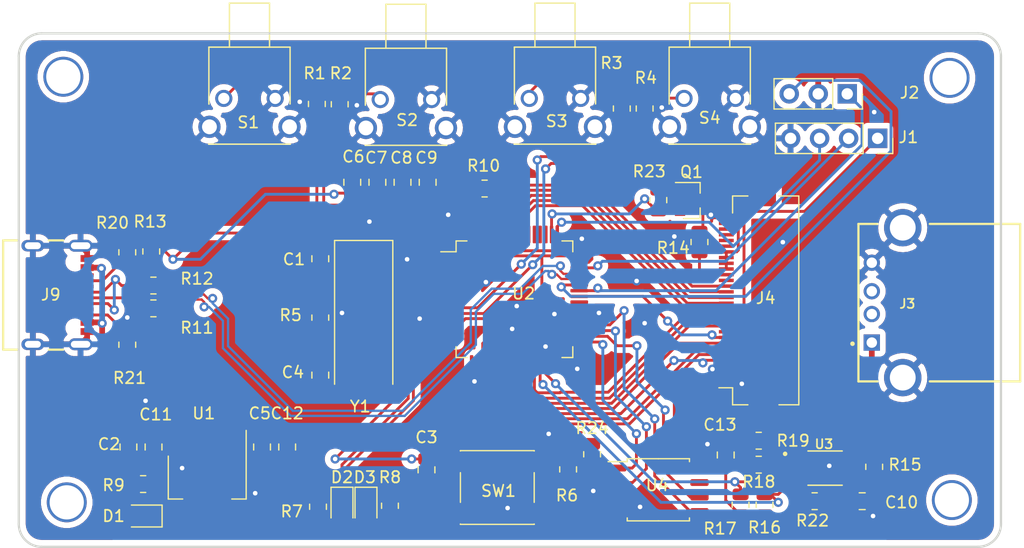
<source format=kicad_pcb>
(kicad_pcb (version 20171130) (host pcbnew "(5.1.10)-1")
  (layers (0 F.Cu signal) (31 B.Cu signal) (34 B.Paste user) (35 F.Paste user) (36 B.SilkS user) (37 F.SilkS user hide) (38 B.Mask user) (39 F.Mask user) (44 Edge.Cuts user))
  (net 0 "")
  (net 1 GND)
  (net 2 /X1)
  (net 3 +5V)
  (net 4 /RST)
  (net 5 /X2)
  (net 6 +3V3)
  (net 7 "Net-(D1-Pad2)")
  (net 8 /LED1)
  (net 9 "Net-(D2-Pad2)")
  (net 10 /LED2)
  (net 11 "Net-(D3-Pad2)")
  (net 12 /SW_CLK)
  (net 13 /SW_DIO)
  (net 14 /USART1_TX)
  (net 15 /USART1_RX)
  (net 16 /LCD_RESET)
  (net 17 /LCD_CS)
  (net 18 /LCD_DC)
  (net 19 /LCD_WR)
  (net 20 /LCD_RD)
  (net 21 /LCD_DB0)
  (net 22 /LCD_DB1)
  (net 23 /LCD_DB2)
  (net 24 /LCD_DB3)
  (net 25 /LCD_DB4)
  (net 26 /LCD_DB5)
  (net 27 /LCD_DB6)
  (net 28 /LCD_DB7)
  (net 29 "Net-(J4-Pad19)")
  (net 30 "Net-(J4-Pad20)")
  (net 31 "Net-(J4-Pad25)")
  (net 32 "Net-(J4-Pad26)")
  (net 33 "Net-(J4-Pad27)")
  (net 34 "Net-(J4-Pad28)")
  (net 35 "Net-(J4-Pad29)")
  (net 36 /SPI2_NSS)
  (net 37 /SPI2_SCLK)
  (net 38 /SPI2_MISO)
  (net 39 /SPI2_MOSI)
  (net 40 /VOUT)
  (net 41 "Net-(R10-Pad1)")
  (net 42 /USB_D-)
  (net 43 /USB_D+)
  (net 44 /INA226_SCL)
  (net 45 /INA226_SDA)
  (net 46 "Net-(R18-Pad2)")
  (net 47 "Net-(R19-Pad2)")
  (net 48 /KEY1)
  (net 49 /KEY2)
  (net 50 /KEY3)
  (net 51 /KEY4)
  (net 52 "Net-(U2-Pad2)")
  (net 53 "Net-(U2-Pad3)")
  (net 54 "Net-(U2-Pad4)")
  (net 55 "Net-(U2-Pad24)")
  (net 56 "Net-(U2-Pad25)")
  (net 57 "Net-(U2-Pad37)")
  (net 58 "Net-(U2-Pad38)")
  (net 59 "Net-(U2-Pad39)")
  (net 60 "Net-(U2-Pad40)")
  (net 61 "Net-(U2-Pad51)")
  (net 62 "Net-(U2-Pad52)")
  (net 63 "Net-(U2-Pad53)")
  (net 64 "Net-(U2-Pad54)")
  (net 65 /USBDN1)
  (net 66 /USBDP1)
  (net 67 "Net-(J9-PadA8)")
  (net 68 "Net-(J9-PadB5)")
  (net 69 "Net-(J9-PadA5)")
  (net 70 "Net-(J9-PadB8)")
  (net 71 "Net-(J3-Pad2)")
  (net 72 "Net-(J3-Pad3)")
  (net 73 "Net-(R1-Pad1)")
  (net 74 "Net-(R2-Pad1)")
  (net 75 "Net-(R3-Pad1)")
  (net 76 "Net-(R4-Pad1)")
  (net 77 "Net-(Q1-Pad1)")
  (net 78 "Net-(Q1-Pad3)")
  (net 79 "Net-(R22-Pad1)")
  (net 80 /BL_PWM)
  (net 81 "Net-(U4-Pad3)")
  (net 82 "Net-(U4-Pad7)")
  (net 83 "Net-(U2-Pad16)")
  (net 84 "Net-(U2-Pad17)")
  (net 85 "Net-(U2-Pad61)")
  (net 86 "Net-(U2-Pad62)")
  (module Zhbi_Mounting_Holes:Mounting_Holes_3mm_THT (layer F.Cu) (at 196.4 116.1)
    (fp_text reference REF** hide)
    (fp_text value Mounting_Holes_3mm_THT)
    (pad 1 thru_hole circle (at 0 0) (size 3.5 3.5) (drill 3) (layers *.Cu *.Mask))
  )
  (module Zhbi_Mounting_Holes:Mounting_Holes_3mm_THT (layer F.Cu) (at 196.2 79.1)
    (fp_text reference REF** hide)
    (fp_text value Mounting_Holes_3mm_THT)
    (pad 1 thru_hole circle (at 0 0) (size 3.5 3.5) (drill 3) (layers *.Cu *.Mask))
  )
  (module Zhbi_Mounting_Holes:Mounting_Holes_3mm_THT (layer F.Cu) (at 118.9 116.3)
    (fp_text reference REF** hide)
    (fp_text value Mounting_Holes_3mm_THT)
    (pad 1 thru_hole circle (at 0 0) (size 3.5 3.5) (drill 3) (layers *.Cu *.Mask))
  )
  (module Zhbi_Mounting_Holes:Mounting_Holes_3mm_THT (layer F.Cu) (at 118.6 79)
    (fp_text reference REF** hide)
    (fp_text value Mounting_Holes_3mm_THT)
    (pad 1 thru_hole circle (at 0 0) (size 3.5 3.5) (drill 3) (layers *.Cu *.Mask))
  )
  (module Package_QFP:LQFP-64_10x10mm_P0.5mm (layer F.Cu) (at 158.1 98.5)
    (fp_text reference U2 (at 0.8 -0.5) (layer F.SilkS))
    (fp_text value STM32F103RCTx)
    (pad 1 smd roundrect (at -5.675 -3.75) (size 1.55 0.3) (layers F.Cu F.Paste F.Mask) (net 6 +3V3))
    (pad 2 smd roundrect (at -5.675 -3.25) (size 1.55 0.3) (layers F.Cu F.Paste F.Mask) (net 52 "Net-(U2-Pad2)"))
    (pad 3 smd roundrect (at -5.675 -2.75) (size 1.55 0.3) (layers F.Cu F.Paste F.Mask) (net 53 "Net-(U2-Pad3)"))
    (pad 4 smd roundrect (at -5.675 -2.25) (size 1.55 0.3) (layers F.Cu F.Paste F.Mask) (net 54 "Net-(U2-Pad4)"))
    (pad 5 smd roundrect (at -5.675 -1.75) (size 1.55 0.3) (layers F.Cu F.Paste F.Mask) (net 2 /X1))
    (pad 6 smd roundrect (at -5.675 -1.25) (size 1.55 0.3) (layers F.Cu F.Paste F.Mask) (net 5 /X2))
    (pad 7 smd roundrect (at -5.675 -0.75) (size 1.55 0.3) (layers F.Cu F.Paste F.Mask) (net 4 /RST))
    (pad 8 smd roundrect (at -5.675 -0.25) (size 1.55 0.3) (layers F.Cu F.Paste F.Mask) (net 48 /KEY1))
    (pad 9 smd roundrect (at -5.675 0.25) (size 1.55 0.3) (layers F.Cu F.Paste F.Mask) (net 49 /KEY2))
    (pad 10 smd roundrect (at -5.675 0.75) (size 1.55 0.3) (layers F.Cu F.Paste F.Mask) (net 50 /KEY3))
    (pad 11 smd roundrect (at -5.675 1.25) (size 1.55 0.3) (layers F.Cu F.Paste F.Mask) (net 51 /KEY4))
    (pad 12 smd roundrect (at -5.675 1.75) (size 1.55 0.3) (layers F.Cu F.Paste F.Mask) (net 1 GND))
    (pad 13 smd roundrect (at -5.675 2.25) (size 1.55 0.3) (layers F.Cu F.Paste F.Mask) (net 6 +3V3))
    (pad 14 smd roundrect (at -5.675 2.75) (size 1.55 0.3) (layers F.Cu F.Paste F.Mask) (net 8 /LED1))
    (pad 15 smd roundrect (at -5.675 3.25) (size 1.55 0.3) (layers F.Cu F.Paste F.Mask) (net 10 /LED2))
    (pad 16 smd roundrect (at -5.675 3.75) (size 1.55 0.3) (layers F.Cu F.Paste F.Mask) (net 83 "Net-(U2-Pad16)"))
    (pad 17 smd roundrect (at -3.75 5.675) (size 0.3 1.55) (layers F.Cu F.Paste F.Mask) (net 84 "Net-(U2-Pad17)"))
    (pad 18 smd roundrect (at -3.25 5.675) (size 0.3 1.55) (layers F.Cu F.Paste F.Mask) (net 1 GND))
    (pad 19 smd roundrect (at -2.75 5.675) (size 0.3 1.55) (layers F.Cu F.Paste F.Mask) (net 6 +3V3))
    (pad 20 smd roundrect (at -2.25 5.675) (size 0.3 1.55) (layers F.Cu F.Paste F.Mask) (net 17 /LCD_CS))
    (pad 21 smd roundrect (at -1.75 5.675) (size 0.3 1.55) (layers F.Cu F.Paste F.Mask) (net 18 /LCD_DC))
    (pad 22 smd roundrect (at -1.25 5.675) (size 0.3 1.55) (layers F.Cu F.Paste F.Mask) (net 16 /LCD_RESET))
    (pad 23 smd roundrect (at -0.75 5.675) (size 0.3 1.55) (layers F.Cu F.Paste F.Mask) (net 19 /LCD_WR))
    (pad 24 smd roundrect (at -0.25 5.675) (size 0.3 1.55) (layers F.Cu F.Paste F.Mask) (net 55 "Net-(U2-Pad24)"))
    (pad 25 smd roundrect (at 0.25 5.675) (size 0.3 1.55) (layers F.Cu F.Paste F.Mask) (net 56 "Net-(U2-Pad25)"))
    (pad 26 smd roundrect (at 0.75 5.675) (size 0.3 1.55) (layers F.Cu F.Paste F.Mask) (net 21 /LCD_DB0))
    (pad 27 smd roundrect (at 1.25 5.675) (size 0.3 1.55) (layers F.Cu F.Paste F.Mask) (net 22 /LCD_DB1))
    (pad 28 smd roundrect (at 1.75 5.675) (size 0.3 1.55) (layers F.Cu F.Paste F.Mask) (net 23 /LCD_DB2))
    (pad 29 smd roundrect (at 2.25 5.675) (size 0.3 1.55) (layers F.Cu F.Paste F.Mask) (net 44 /INA226_SCL))
    (pad 30 smd roundrect (at 2.75 5.675) (size 0.3 1.55) (layers F.Cu F.Paste F.Mask) (net 45 /INA226_SDA))
    (pad 31 smd roundrect (at 3.25 5.675) (size 0.3 1.55) (layers F.Cu F.Paste F.Mask) (net 1 GND))
    (pad 32 smd roundrect (at 3.75 5.675) (size 0.3 1.55) (layers F.Cu F.Paste F.Mask) (net 6 +3V3))
    (pad 33 smd roundrect (at 5.675 3.75) (size 1.55 0.3) (layers F.Cu F.Paste F.Mask) (net 36 /SPI2_NSS))
    (pad 34 smd roundrect (at 5.675 3.25) (size 1.55 0.3) (layers F.Cu F.Paste F.Mask) (net 37 /SPI2_SCLK))
    (pad 35 smd roundrect (at 5.675 2.75) (size 1.55 0.3) (layers F.Cu F.Paste F.Mask) (net 38 /SPI2_MISO))
    (pad 36 smd roundrect (at 5.675 2.25) (size 1.55 0.3) (layers F.Cu F.Paste F.Mask) (net 39 /SPI2_MOSI))
    (pad 37 smd roundrect (at 5.675 1.75) (size 1.55 0.3) (layers F.Cu F.Paste F.Mask) (net 57 "Net-(U2-Pad37)"))
    (pad 38 smd roundrect (at 5.675 1.25) (size 1.55 0.3) (layers F.Cu F.Paste F.Mask) (net 58 "Net-(U2-Pad38)"))
    (pad 39 smd roundrect (at 5.675 0.75) (size 1.55 0.3) (layers F.Cu F.Paste F.Mask) (net 59 "Net-(U2-Pad39)"))
    (pad 40 smd roundrect (at 5.675 0.25) (size 1.55 0.3) (layers F.Cu F.Paste F.Mask) (net 60 "Net-(U2-Pad40)"))
    (pad 41 smd roundrect (at 5.675 -0.25) (size 1.55 0.3) (layers F.Cu F.Paste F.Mask) (net 20 /LCD_RD))
    (pad 42 smd roundrect (at 5.675 -0.75) (size 1.55 0.3) (layers F.Cu F.Paste F.Mask) (net 14 /USART1_TX))
    (pad 43 smd roundrect (at 5.675 -1.25) (size 1.55 0.3) (layers F.Cu F.Paste F.Mask) (net 15 /USART1_RX))
    (pad 44 smd roundrect (at 5.675 -1.75) (size 1.55 0.3) (layers F.Cu F.Paste F.Mask) (net 42 /USB_D-))
    (pad 45 smd roundrect (at 5.675 -2.25) (size 1.55 0.3) (layers F.Cu F.Paste F.Mask) (net 43 /USB_D+))
    (pad 46 smd roundrect (at 5.675 -2.75) (size 1.55 0.3) (layers F.Cu F.Paste F.Mask) (net 13 /SW_DIO))
    (pad 47 smd roundrect (at 5.675 -3.25) (size 1.55 0.3) (layers F.Cu F.Paste F.Mask) (net 1 GND))
    (pad 48 smd roundrect (at 5.675 -3.75) (size 1.55 0.3) (layers F.Cu F.Paste F.Mask) (net 6 +3V3))
    (pad 49 smd roundrect (at 3.75 -5.675) (size 0.3 1.55) (layers F.Cu F.Paste F.Mask) (net 12 /SW_CLK))
    (pad 50 smd roundrect (at 3.25 -5.675) (size 0.3 1.55) (layers F.Cu F.Paste F.Mask) (net 80 /BL_PWM))
    (pad 51 smd roundrect (at 2.75 -5.675) (size 0.3 1.55) (layers F.Cu F.Paste F.Mask) (net 61 "Net-(U2-Pad51)"))
    (pad 52 smd roundrect (at 2.25 -5.675) (size 0.3 1.55) (layers F.Cu F.Paste F.Mask) (net 62 "Net-(U2-Pad52)"))
    (pad 53 smd roundrect (at 1.75 -5.675) (size 0.3 1.55) (layers F.Cu F.Paste F.Mask) (net 63 "Net-(U2-Pad53)"))
    (pad 54 smd roundrect (at 1.25 -5.675) (size 0.3 1.55) (layers F.Cu F.Paste F.Mask) (net 64 "Net-(U2-Pad54)"))
    (pad 55 smd roundrect (at 0.75 -5.675) (size 0.3 1.55) (layers F.Cu F.Paste F.Mask) (net 24 /LCD_DB3))
    (pad 56 smd roundrect (at 0.25 -5.675) (size 0.3 1.55) (layers F.Cu F.Paste F.Mask) (net 25 /LCD_DB4))
    (pad 57 smd roundrect (at -0.25 -5.675) (size 0.3 1.55) (layers F.Cu F.Paste F.Mask) (net 26 /LCD_DB5))
    (pad 58 smd roundrect (at -0.75 -5.675) (size 0.3 1.55) (layers F.Cu F.Paste F.Mask) (net 27 /LCD_DB6))
    (pad 59 smd roundrect (at -1.25 -5.675) (size 0.3 1.55) (layers F.Cu F.Paste F.Mask) (net 28 /LCD_DB7))
    (pad 60 smd roundrect (at -1.75 -5.675) (size 0.3 1.55) (layers F.Cu F.Paste F.Mask) (net 41 "Net-(R10-Pad1)"))
    (pad 61 smd roundrect (at -2.25 -5.675) (size 0.3 1.55) (layers F.Cu F.Paste F.Mask) (net 85 "Net-(U2-Pad61)"))
    (pad 62 smd roundrect (at -2.75 -5.675) (size 0.3 1.55) (layers F.Cu F.Paste F.Mask) (net 86 "Net-(U2-Pad62)"))
    (pad 63 smd roundrect (at -3.25 -5.675) (size 0.3 1.55) (layers F.Cu F.Paste F.Mask) (net 1 GND))
    (pad 64 smd roundrect (at -3.75 -5.675) (size 0.3 1.55) (layers F.Cu F.Paste F.Mask) (net 6 +3V3))
  )
  (module Connector_FFC-FPC:Hirose_FH12-30S-0.5SH_1x30-1MP_P0.50mm_Horizontal (layer F.Cu) (at 178.5 98.6 90)
    (fp_text reference J4 (at 0.2 1.6 180) (layer F.SilkS))
    (fp_text value Conn_01x30)
    (pad MP smd rect (at 9.15 1.4 90) (size 1.8 2.2) (layers F.Cu F.Paste F.Mask))
    (pad MP smd rect (at -9.15 1.4 90) (size 1.8 2.2) (layers F.Cu F.Paste F.Mask))
    (pad 1 smd rect (at -7.25 -1.85 90) (size 0.3 1.3) (layers F.Cu F.Paste F.Mask) (net 1 GND))
    (pad 2 smd rect (at -6.75 -1.85 90) (size 0.3 1.3) (layers F.Cu F.Paste F.Mask) (net 6 +3V3))
    (pad 3 smd rect (at -6.25 -1.85 90) (size 0.3 1.3) (layers F.Cu F.Paste F.Mask) (net 1 GND))
    (pad 4 smd rect (at -5.75 -1.85 90) (size 0.3 1.3) (layers F.Cu F.Paste F.Mask) (net 1 GND))
    (pad 5 smd rect (at -5.25 -1.85 90) (size 0.3 1.3) (layers F.Cu F.Paste F.Mask) (net 16 /LCD_RESET))
    (pad 6 smd rect (at -4.75 -1.85 90) (size 0.3 1.3) (layers F.Cu F.Paste F.Mask) (net 17 /LCD_CS))
    (pad 7 smd rect (at -4.25 -1.85 90) (size 0.3 1.3) (layers F.Cu F.Paste F.Mask) (net 18 /LCD_DC))
    (pad 8 smd rect (at -3.75 -1.85 90) (size 0.3 1.3) (layers F.Cu F.Paste F.Mask) (net 19 /LCD_WR))
    (pad 9 smd rect (at -3.25 -1.85 90) (size 0.3 1.3) (layers F.Cu F.Paste F.Mask) (net 20 /LCD_RD))
    (pad 10 smd rect (at -2.75 -1.85 90) (size 0.3 1.3) (layers F.Cu F.Paste F.Mask) (net 1 GND))
    (pad 11 smd rect (at -2.25 -1.85 90) (size 0.3 1.3) (layers F.Cu F.Paste F.Mask) (net 21 /LCD_DB0))
    (pad 12 smd rect (at -1.75 -1.85 90) (size 0.3 1.3) (layers F.Cu F.Paste F.Mask) (net 22 /LCD_DB1))
    (pad 13 smd rect (at -1.25 -1.85 90) (size 0.3 1.3) (layers F.Cu F.Paste F.Mask) (net 23 /LCD_DB2))
    (pad 14 smd rect (at -0.75 -1.85 90) (size 0.3 1.3) (layers F.Cu F.Paste F.Mask) (net 24 /LCD_DB3))
    (pad 15 smd rect (at -0.25 -1.85 90) (size 0.3 1.3) (layers F.Cu F.Paste F.Mask) (net 25 /LCD_DB4))
    (pad 16 smd rect (at 0.25 -1.85 90) (size 0.3 1.3) (layers F.Cu F.Paste F.Mask) (net 26 /LCD_DB5))
    (pad 17 smd rect (at 0.75 -1.85 90) (size 0.3 1.3) (layers F.Cu F.Paste F.Mask) (net 27 /LCD_DB6))
    (pad 18 smd rect (at 1.25 -1.85 90) (size 0.3 1.3) (layers F.Cu F.Paste F.Mask) (net 28 /LCD_DB7))
    (pad 19 smd rect (at 1.75 -1.85 90) (size 0.3 1.3) (layers F.Cu F.Paste F.Mask) (net 29 "Net-(J4-Pad19)"))
    (pad 20 smd rect (at 2.25 -1.85 90) (size 0.3 1.3) (layers F.Cu F.Paste F.Mask) (net 30 "Net-(J4-Pad20)"))
    (pad 21 smd rect (at 2.75 -1.85 90) (size 0.3 1.3) (layers F.Cu F.Paste F.Mask) (net 1 GND))
    (pad 22 smd rect (at 3.25 -1.85 90) (size 0.3 1.3) (layers F.Cu F.Paste F.Mask) (net 1 GND))
    (pad 23 smd rect (at 3.75 -1.85 90) (size 0.3 1.3) (layers F.Cu F.Paste F.Mask) (net 1 GND))
    (pad 24 smd rect (at 4.25 -1.85 90) (size 0.3 1.3) (layers F.Cu F.Paste F.Mask) (net 1 GND))
    (pad 25 smd rect (at 4.75 -1.85 90) (size 0.3 1.3) (layers F.Cu F.Paste F.Mask) (net 31 "Net-(J4-Pad25)"))
    (pad 26 smd rect (at 5.25 -1.85 90) (size 0.3 1.3) (layers F.Cu F.Paste F.Mask) (net 32 "Net-(J4-Pad26)"))
    (pad 27 smd rect (at 5.75 -1.85 90) (size 0.3 1.3) (layers F.Cu F.Paste F.Mask) (net 33 "Net-(J4-Pad27)"))
    (pad 28 smd rect (at 6.25 -1.85 90) (size 0.3 1.3) (layers F.Cu F.Paste F.Mask) (net 34 "Net-(J4-Pad28)"))
    (pad 29 smd rect (at 6.75 -1.85 90) (size 0.3 1.3) (layers F.Cu F.Paste F.Mask) (net 35 "Net-(J4-Pad29)"))
    (pad 30 smd rect (at 7.25 -1.85 90) (size 0.3 1.3) (layers F.Cu F.Paste F.Mask) (net 1 GND))
  )
  (module Resistor_SMD:R_0805_2012Metric (layer F.Cu) (at 126.4875 99.3 180)
    (fp_text reference R11 (at -3.8125 -1.7) (layer F.SilkS))
    (fp_text value 20R)
    (pad 2 smd roundrect (at 0.9125 0 180) (size 1.025 1.4) (layers F.Cu F.Paste F.Mask) (roundrect_rratio 0.2439004878048781) (net 65 /USBDN1))
    (pad 1 smd roundrect (at -0.9125 0 180) (size 1.025 1.4) (layers F.Cu F.Paste F.Mask) (roundrect_rratio 0.2439004878048781) (net 42 /USB_D-))
  )
  (module Resistor_SMD:R_0805_2012Metric (layer F.Cu) (at 126.4875 97.3 180)
    (fp_text reference R12 (at -3.8125 0.6) (layer F.SilkS))
    (fp_text value 20R)
    (pad 2 smd roundrect (at 0.9125 0 180) (size 1.025 1.4) (layers F.Cu F.Paste F.Mask) (roundrect_rratio 0.2439004878048781) (net 66 /USBDP1))
    (pad 1 smd roundrect (at -0.9125 0 180) (size 1.025 1.4) (layers F.Cu F.Paste F.Mask) (roundrect_rratio 0.2439004878048781) (net 43 /USB_D+))
  )
  (module LED_SMD:LED_0805_2012Metric (layer F.Cu) (at 145.1 116.6625 270)
    (fp_text reference D3 (at -2.5625 0.1 180) (layer F.SilkS))
    (fp_text value LED2)
    (pad 1 smd roundrect (at -0.9375 0 270) (size 0.975 1.4) (layers F.Cu F.Paste F.Mask) (net 10 /LED2))
    (pad 2 smd roundrect (at 0.9375 0 270) (size 0.975 1.4) (layers F.Cu F.Paste F.Mask) (net 11 "Net-(D3-Pad2)"))
  )
  (module DL_Usb_TypeA_Receptacle_THT:DL_Usb_TypeA_Receptacle_THT (layer F.Cu) (at 192.1 98.8 90)
    (fp_text reference J3 (at -0.1 0.4 180) (layer F.SilkS) (effects (font (size 0.8 0.8))))
    (fp_text value USB1130-15-A_REVA)
    (pad 1 thru_hole rect (at -3.5 -2.71 90) (size 1.428 1.428) (drill 0.92) (layers *.Cu *.Mask) (net 40 /VOUT))
    (pad 2 thru_hole circle (at -1 -2.71 90) (size 1.428 1.428) (drill 0.92) (layers *.Cu *.Mask) (net 71 "Net-(J3-Pad2)"))
    (pad 3 thru_hole circle (at 1 -2.71 90) (size 1.428 1.428) (drill 0.92) (layers *.Cu *.Mask) (net 72 "Net-(J3-Pad3)"))
    (pad 4 thru_hole circle (at 3.5 -2.71 90) (size 1.428 1.428) (drill 0.92) (layers *.Cu *.Mask) (net 1 GND))
    (pad S1 thru_hole circle (at -6.57 0 90) (size 3.276 3.276) (drill 2.26) (layers *.Cu *.Mask) (net 1 GND))
    (pad S2 thru_hole circle (at 6.57 0 90) (size 3.276 3.276) (drill 2.26) (layers *.Cu *.Mask) (net 1 GND))
  )
  (module DL_Usb_TypeC_Recepatcle_SMD:DL_Usb_TypeC_Recepatcle_SMD (layer F.Cu) (at 115.93 98.13 270)
    (fp_text reference J9 (at -0.03 -1.57 180) (layer F.SilkS))
    (fp_text value USB4105-GF-A)
    (pad S2 thru_hole oval (at -4.32 0 270) (size 1 2) (drill oval 0.6 1.4) (layers *.Cu *.Mask) (net 1 GND))
    (pad S3 thru_hole oval (at 4.32 0 270) (size 1 2) (drill oval 0.6 1.4) (layers *.Cu *.Mask) (net 1 GND))
    (pad S1 thru_hole oval (at -4.32 -4.18 270) (size 1.05 2.1) (drill oval 0.6 1.7) (layers *.Cu *.Mask) (net 1 GND))
    (pad S4 thru_hole oval (at 4.32 -4.18 270) (size 1.05 2.1) (drill oval 0.6 1.7) (layers *.Cu *.Mask) (net 1 GND))
    (pad None np_thru_hole circle (at 2.89 -3.68 270) (size 0.65 0.65) (drill 0.65) (layers *.Cu *.Mask))
    (pad None np_thru_hole circle (at -2.89 -3.68 270) (size 0.65 0.65) (drill 0.65) (layers *.Cu *.Mask))
    (pad A1_B12 smd rect (at -3.2 -4.755 270) (size 0.6 1.15) (layers F.Cu F.Paste F.Mask) (net 1 GND))
    (pad B1_A12 smd rect (at 3.2 -4.755 270) (size 0.6 1.15) (layers F.Cu F.Paste F.Mask) (net 1 GND))
    (pad A4_B9 smd rect (at -2.4 -4.755 270) (size 0.6 1.15) (layers F.Cu F.Paste F.Mask) (net 3 +5V))
    (pad B4_A9 smd rect (at 2.4 -4.755 270) (size 0.6 1.15) (layers F.Cu F.Paste F.Mask) (net 3 +5V))
    (pad A7 smd rect (at 0.25 -4.755 270) (size 0.3 1.15) (layers F.Cu F.Paste F.Mask) (net 65 /USBDN1))
    (pad A6 smd rect (at -0.25 -4.755 270) (size 0.3 1.15) (layers F.Cu F.Paste F.Mask) (net 66 /USBDP1))
    (pad B6 smd rect (at 0.75 -4.755 270) (size 0.3 1.15) (layers F.Cu F.Paste F.Mask) (net 66 /USBDP1))
    (pad A8 smd rect (at 1.25 -4.755 270) (size 0.3 1.15) (layers F.Cu F.Paste F.Mask) (net 67 "Net-(J9-PadA8)"))
    (pad B5 smd rect (at 1.75 -4.755 270) (size 0.3 1.15) (layers F.Cu F.Paste F.Mask) (net 68 "Net-(J9-PadB5)"))
    (pad B7 smd rect (at -0.75 -4.755 270) (size 0.3 1.15) (layers F.Cu F.Paste F.Mask) (net 65 /USBDN1))
    (pad A5 smd rect (at -1.25 -4.755 270) (size 0.3 1.15) (layers F.Cu F.Paste F.Mask) (net 69 "Net-(J9-PadA5)"))
    (pad B8 smd rect (at -1.75 -4.755 270) (size 0.3 1.15) (layers F.Cu F.Paste F.Mask) (net 70 "Net-(J9-PadB8)"))
  )
  (module Capacitor_SMD:C_0805_2012Metric (layer F.Cu) (at 141.1 94.95 90)
    (fp_text reference C1 (at -0.05 -2.3 180) (layer F.SilkS))
    (fp_text value 22pF)
    (pad 1 smd roundrect (at -0.95 0 90) (size 1 1.45) (layers F.Cu F.Paste F.Mask) (net 2 /X1))
    (pad 2 smd roundrect (at 0.95 0 90) (size 1 1.45) (layers F.Cu F.Paste F.Mask) (net 1 GND))
  )
  (module Capacitor_SMD:C_0805_2012Metric (layer F.Cu) (at 124.3 111.45 270)
    (fp_text reference C2 (at -0.25 1.7 180) (layer F.SilkS))
    (fp_text value 10uF)
    (pad 2 smd roundrect (at 0.95 0 270) (size 1 1.45) (layers F.Cu F.Paste F.Mask) (net 1 GND))
    (pad 1 smd roundrect (at -0.95 0 270) (size 1 1.45) (layers F.Cu F.Paste F.Mask) (net 3 +5V))
  )
  (module Capacitor_SMD:C_0805_2012Metric (layer F.Cu) (at 150.4 113.45 270)
    (fp_text reference C3 (at -2.85 0 180) (layer F.SilkS))
    (fp_text value 0.1uF)
    (pad 2 smd roundrect (at 0.95 0 270) (size 1 1.45) (layers F.Cu F.Paste F.Mask) (net 1 GND))
    (pad 1 smd roundrect (at -0.95 0 270) (size 1 1.45) (layers F.Cu F.Paste F.Mask) (net 4 /RST))
  )
  (module Capacitor_SMD:C_0805_2012Metric (layer F.Cu) (at 141.1 105.15 270)
    (fp_text reference C4 (at -0.25 2.4 180) (layer F.SilkS))
    (fp_text value 22pF)
    (pad 2 smd roundrect (at 0.95 0 270) (size 1 1.45) (layers F.Cu F.Paste F.Mask) (net 1 GND))
    (pad 1 smd roundrect (at -0.95 0 270) (size 1 1.45) (layers F.Cu F.Paste F.Mask) (net 5 /X2))
  )
  (module Capacitor_SMD:C_0805_2012Metric (layer F.Cu) (at 136 111.45 90)
    (fp_text reference C5 (at 2.95 -0.2 180) (layer F.SilkS))
    (fp_text value 10uF)
    (pad 1 smd roundrect (at -0.95 0 90) (size 1 1.45) (layers F.Cu F.Paste F.Mask) (net 6 +3V3))
    (pad 2 smd roundrect (at 0.95 0 90) (size 1 1.45) (layers F.Cu F.Paste F.Mask) (net 1 GND))
  )
  (module Capacitor_SMD:C_0805_2012Metric (layer F.Cu) (at 143.9 88.25 90)
    (fp_text reference C6 (at 2.25 0.1 180) (layer F.SilkS))
    (fp_text value 0.1uF)
    (pad 2 smd roundrect (at 0.95 0 90) (size 1 1.45) (layers F.Cu F.Paste F.Mask) (net 1 GND))
    (pad 1 smd roundrect (at -0.95 0 90) (size 1 1.45) (layers F.Cu F.Paste F.Mask) (net 6 +3V3))
  )
  (module Capacitor_SMD:C_0805_2012Metric (layer F.Cu) (at 146.1 88.25 90)
    (fp_text reference C7 (at 2.15 -0.1 180) (layer F.SilkS))
    (fp_text value 0.1uF)
    (pad 1 smd roundrect (at -0.95 0 90) (size 1 1.45) (layers F.Cu F.Paste F.Mask) (net 6 +3V3))
    (pad 2 smd roundrect (at 0.95 0 90) (size 1 1.45) (layers F.Cu F.Paste F.Mask) (net 1 GND))
  )
  (module Capacitor_SMD:C_0805_2012Metric (layer F.Cu) (at 148.3 88.25 90)
    (fp_text reference C8 (at 2.15 -0.1 180) (layer F.SilkS))
    (fp_text value 0.1uF)
    (pad 2 smd roundrect (at 0.95 0 90) (size 1 1.45) (layers F.Cu F.Paste F.Mask) (net 1 GND))
    (pad 1 smd roundrect (at -0.95 0 90) (size 1 1.45) (layers F.Cu F.Paste F.Mask) (net 6 +3V3))
  )
  (module Capacitor_SMD:C_0805_2012Metric (layer F.Cu) (at 150.5 88.25 90)
    (fp_text reference C9 (at 2.15 -0.1 180) (layer F.SilkS))
    (fp_text value 0.1uF)
    (pad 1 smd roundrect (at -0.95 0 90) (size 1 1.45) (layers F.Cu F.Paste F.Mask) (net 6 +3V3))
    (pad 2 smd roundrect (at 0.95 0 90) (size 1 1.45) (layers F.Cu F.Paste F.Mask) (net 1 GND))
  )
  (module Capacitor_SMD:C_0805_2012Metric (layer F.Cu) (at 188.55 116.2 180)
    (fp_text reference C10 (at -3.45 -0.1) (layer F.SilkS))
    (fp_text value 0.1uF)
    (pad 1 smd roundrect (at -0.95 0 180) (size 1 1.45) (layers F.Cu F.Paste F.Mask) (net 1 GND))
    (pad 2 smd roundrect (at 0.95 0 180) (size 1 1.45) (layers F.Cu F.Paste F.Mask) (net 6 +3V3))
  )
  (module Capacitor_SMD:C_0805_2012Metric (layer F.Cu) (at 126.5 111.45 270)
    (fp_text reference C11 (at -2.85 -0.2 180) (layer F.SilkS))
    (fp_text value 0.1uF)
    (pad 1 smd roundrect (at -0.95 0 270) (size 1 1.45) (layers F.Cu F.Paste F.Mask) (net 3 +5V))
    (pad 2 smd roundrect (at 0.95 0 270) (size 1 1.45) (layers F.Cu F.Paste F.Mask) (net 1 GND))
  )
  (module Capacitor_SMD:C_0805_2012Metric (layer F.Cu) (at 138.2 111.45 90)
    (fp_text reference C12 (at 2.95 0 180) (layer F.SilkS))
    (fp_text value 0.1uF)
    (pad 2 smd roundrect (at 0.95 0 90) (size 1 1.45) (layers F.Cu F.Paste F.Mask) (net 1 GND))
    (pad 1 smd roundrect (at -0.95 0 90) (size 1 1.45) (layers F.Cu F.Paste F.Mask) (net 6 +3V3))
  )
  (module Capacitor_SMD:C_0805_2012Metric (layer F.Cu) (at 176.6 112.15 90)
    (fp_text reference C13 (at 2.65 -0.5 180) (layer F.SilkS))
    (fp_text value 0.1uF)
    (pad 2 smd roundrect (at 0.95 0 90) (size 1 1.45) (layers F.Cu F.Paste F.Mask) (net 1 GND))
    (pad 1 smd roundrect (at -0.95 0 90) (size 1 1.45) (layers F.Cu F.Paste F.Mask) (net 6 +3V3))
  )
  (module LED_SMD:LED_0805_2012Metric (layer F.Cu) (at 125.5625 117.5 180)
    (fp_text reference D1 (at 2.5625 0) (layer F.SilkS))
    (fp_text value "POWER LED")
    (pad 2 smd roundrect (at 0.9375 0 180) (size 0.975 1.4) (layers F.Cu F.Paste F.Mask) (net 7 "Net-(D1-Pad2)"))
    (pad 1 smd roundrect (at -0.9375 0 180) (size 0.975 1.4) (layers F.Cu F.Paste F.Mask) (net 1 GND))
  )
  (module LED_SMD:LED_0805_2012Metric (layer F.Cu) (at 143 116.6625 270)
    (fp_text reference D2 (at -2.5625 0 180) (layer F.SilkS))
    (fp_text value LED1)
    (pad 2 smd roundrect (at 0.9375 0 270) (size 0.975 1.4) (layers F.Cu F.Paste F.Mask) (net 9 "Net-(D2-Pad2)"))
    (pad 1 smd roundrect (at -0.9375 0 270) (size 0.975 1.4) (layers F.Cu F.Paste F.Mask) (net 8 /LED1))
  )
  (module Connector_PinSocket_2.54mm:PinSocket_1x04_P2.54mm_Vertical (layer F.Cu) (at 189.9 84.4 270)
    (fp_text reference J1 (at -0.1 -2.7 180) (layer F.SilkS))
    (fp_text value SWD)
    (pad 4 thru_hole oval (at 0 7.62 270) (size 1.7 1.7) (drill 1) (layers *.Cu *.Mask) (net 1 GND))
    (pad 3 thru_hole oval (at 0 5.08 270) (size 1.7 1.7) (drill 1) (layers *.Cu *.Mask) (net 12 /SW_CLK))
    (pad 2 thru_hole oval (at 0 2.54 270) (size 1.7 1.7) (drill 1) (layers *.Cu *.Mask) (net 13 /SW_DIO))
    (pad 1 thru_hole rect (at 0 0 270) (size 1.7 1.7) (drill 1) (layers *.Cu *.Mask) (net 6 +3V3))
  )
  (module Connector_PinSocket_2.54mm:PinSocket_1x03_P2.54mm_Vertical (layer F.Cu) (at 187.24 80.5 270)
    (fp_text reference J2 (at -0.1 -5.46 180) (layer F.SilkS))
    (fp_text value USART1)
    (pad 3 thru_hole oval (at 0 5.08 270) (size 1.7 1.7) (drill 1) (layers *.Cu *.Mask) (net 15 /USART1_RX))
    (pad 2 thru_hole oval (at 0 2.54 270) (size 1.7 1.7) (drill 1) (layers *.Cu *.Mask) (net 1 GND))
    (pad 1 thru_hole rect (at 0 0 270) (size 1.7 1.7) (drill 1) (layers *.Cu *.Mask) (net 14 /USART1_TX))
  )
  (module Package_TO_SOT_SMD:SOT-23 (layer F.Cu) (at 173.6 89.85)
    (fp_text reference Q1 (at 0 -2.5) (layer F.SilkS))
    (fp_text value Q_PNP_BEC)
    (pad 3 smd rect (at 1 0) (size 0.9 0.8) (layers F.Cu F.Paste F.Mask) (net 78 "Net-(Q1-Pad3)"))
    (pad 2 smd rect (at -1 0.95) (size 0.9 0.8) (layers F.Cu F.Paste F.Mask) (net 6 +3V3))
    (pad 1 smd rect (at -1 -0.95) (size 0.9 0.8) (layers F.Cu F.Paste F.Mask) (net 77 "Net-(Q1-Pad1)"))
  )
  (module Resistor_SMD:R_0805_2012Metric (layer F.Cu) (at 140.8 81.3875 270)
    (fp_text reference R1 (at -2.6875 0.2 180) (layer F.SilkS))
    (fp_text value 220R)
    (pad 2 smd roundrect (at 0.9125 0 270) (size 1.025 1.4) (layers F.Cu F.Paste F.Mask) (roundrect_rratio 0.2439004878048781) (net 48 /KEY1))
    (pad 1 smd roundrect (at -0.9125 0 270) (size 1.025 1.4) (layers F.Cu F.Paste F.Mask) (roundrect_rratio 0.2439004878048781) (net 73 "Net-(R1-Pad1)"))
  )
  (module Resistor_SMD:R_0805_2012Metric (layer F.Cu) (at 142.8 81.4125 270)
    (fp_text reference R2 (at -2.7125 -0.1 180) (layer F.SilkS))
    (fp_text value 220R)
    (pad 1 smd roundrect (at -0.9125 0 270) (size 1.025 1.4) (layers F.Cu F.Paste F.Mask) (roundrect_rratio 0.2439004878048781) (net 74 "Net-(R2-Pad1)"))
    (pad 2 smd roundrect (at 0.9125 0 270) (size 1.025 1.4) (layers F.Cu F.Paste F.Mask) (roundrect_rratio 0.2439004878048781) (net 49 /KEY2))
  )
  (module Resistor_SMD:R_0805_2012Metric (layer F.Cu) (at 167.5 81.7875 270)
    (fp_text reference R3 (at -3.9875 0.9 180) (layer F.SilkS))
    (fp_text value 220R)
    (pad 2 smd roundrect (at 0.9125 0 270) (size 1.025 1.4) (layers F.Cu F.Paste F.Mask) (roundrect_rratio 0.2439004878048781) (net 50 /KEY3))
    (pad 1 smd roundrect (at -0.9125 0 270) (size 1.025 1.4) (layers F.Cu F.Paste F.Mask) (roundrect_rratio 0.2439004878048781) (net 75 "Net-(R3-Pad1)"))
  )
  (module Resistor_SMD:R_0805_2012Metric (layer F.Cu) (at 169.5 81.7875 270)
    (fp_text reference R4 (at -2.6875 -0.1 180) (layer F.SilkS))
    (fp_text value 220R)
    (pad 1 smd roundrect (at -0.9125 0 270) (size 1.025 1.4) (layers F.Cu F.Paste F.Mask) (roundrect_rratio 0.2439004878048781) (net 76 "Net-(R4-Pad1)"))
    (pad 2 smd roundrect (at 0.9125 0 270) (size 1.025 1.4) (layers F.Cu F.Paste F.Mask) (roundrect_rratio 0.2439004878048781) (net 51 /KEY4))
  )
  (module Resistor_SMD:R_0805_2012Metric (layer F.Cu) (at 141.1 100.1125 90)
    (fp_text reference R5 (at 0.2125 -2.6 180) (layer F.SilkS))
    (fp_text value 10M)
    (pad 2 smd roundrect (at 0.9125 0 90) (size 1.025 1.4) (layers F.Cu F.Paste F.Mask) (roundrect_rratio 0.2439004878048781) (net 2 /X1))
    (pad 1 smd roundrect (at -0.9125 0 90) (size 1.025 1.4) (layers F.Cu F.Paste F.Mask) (roundrect_rratio 0.2439004878048781) (net 5 /X2))
  )
  (module Resistor_SMD:R_0805_2012Metric (layer F.Cu) (at 162.8 113.4125 90)
    (fp_text reference R6 (at -2.2875 -0.1 180) (layer F.SilkS))
    (fp_text value 10K)
    (pad 2 smd roundrect (at 0.9125 0 90) (size 1.025 1.4) (layers F.Cu F.Paste F.Mask) (roundrect_rratio 0.2439004878048781) (net 4 /RST))
    (pad 1 smd roundrect (at -0.9125 0 90) (size 1.025 1.4) (layers F.Cu F.Paste F.Mask) (roundrect_rratio 0.2439004878048781) (net 6 +3V3))
  )
  (module Resistor_SMD:R_0805_2012Metric (layer F.Cu) (at 140.9 116.6875 90)
    (fp_text reference R7 (at -0.4125 -2.3 180) (layer F.SilkS))
    (fp_text value 0.5K)
    (pad 2 smd roundrect (at 0.9125 0 90) (size 1.025 1.4) (layers F.Cu F.Paste F.Mask) (roundrect_rratio 0.2439004878048781) (net 6 +3V3))
    (pad 1 smd roundrect (at -0.9125 0 90) (size 1.025 1.4) (layers F.Cu F.Paste F.Mask) (roundrect_rratio 0.2439004878048781) (net 9 "Net-(D2-Pad2)"))
  )
  (module Resistor_SMD:R_0805_2012Metric (layer F.Cu) (at 147.2 116.6 90)
    (fp_text reference R8 (at 2.5 0 180) (layer F.SilkS))
    (fp_text value 0.5K)
    (pad 1 smd roundrect (at -0.9125 0 90) (size 1.025 1.4) (layers F.Cu F.Paste F.Mask) (roundrect_rratio 0.2439004878048781) (net 11 "Net-(D3-Pad2)"))
    (pad 2 smd roundrect (at 0.9125 0 90) (size 1.025 1.4) (layers F.Cu F.Paste F.Mask) (roundrect_rratio 0.2439004878048781) (net 6 +3V3))
  )
  (module Resistor_SMD:R_0805_2012Metric (layer F.Cu) (at 125.5875 114.7 180)
    (fp_text reference R9 (at 2.5875 -0.1) (layer F.SilkS))
    (fp_text value 1k)
    (pad 1 smd roundrect (at -0.9125 0 180) (size 1.025 1.4) (layers F.Cu F.Paste F.Mask) (roundrect_rratio 0.2439004878048781) (net 6 +3V3))
    (pad 2 smd roundrect (at 0.9125 0 180) (size 1.025 1.4) (layers F.Cu F.Paste F.Mask) (roundrect_rratio 0.2439004878048781) (net 7 "Net-(D1-Pad2)"))
  )
  (module Resistor_SMD:R_0805_2012Metric (layer F.Cu) (at 155.4875 88.8 180)
    (fp_text reference R10 (at 0.0875 2) (layer F.SilkS))
    (fp_text value 10K)
    (pad 1 smd roundrect (at -0.9125 0 180) (size 1.025 1.4) (layers F.Cu F.Paste F.Mask) (roundrect_rratio 0.2439004878048781) (net 41 "Net-(R10-Pad1)"))
    (pad 2 smd roundrect (at 0.9125 0 180) (size 1.025 1.4) (layers F.Cu F.Paste F.Mask) (roundrect_rratio 0.2439004878048781) (net 1 GND))
  )
  (module Resistor_SMD:R_0805_2012Metric (layer F.Cu) (at 126.3 94.3125 270)
    (fp_text reference R13 (at -2.6125 0.1 180) (layer F.SilkS))
    (fp_text value 1K)
    (pad 1 smd roundrect (at -0.9125 0 270) (size 1.025 1.4) (layers F.Cu F.Paste F.Mask) (roundrect_rratio 0.2439004878048781) (net 6 +3V3))
    (pad 2 smd roundrect (at 0.9125 0 270) (size 1.025 1.4) (layers F.Cu F.Paste F.Mask) (roundrect_rratio 0.2439004878048781) (net 43 /USB_D+))
  )
  (module Resistor_SMD:R_0805_2012Metric (layer F.Cu) (at 174.3 93.4875 90)
    (fp_text reference R14 (at -0.5125 -2.3 180) (layer F.SilkS))
    (fp_text value 220R)
    (pad 1 smd roundrect (at -0.9125 0 90) (size 1.025 1.4) (layers F.Cu F.Paste F.Mask) (roundrect_rratio 0.2439004878048781) (net 30 "Net-(J4-Pad20)"))
    (pad 2 smd roundrect (at 0.9125 0 90) (size 1.025 1.4) (layers F.Cu F.Paste F.Mask) (roundrect_rratio 0.2439004878048781) (net 78 "Net-(Q1-Pad3)"))
  )
  (module Resistor_SMD:R_0805_2012Metric (layer F.Cu) (at 189.6 113.1875 270)
    (fp_text reference R15 (at -0.1875 -2.7 180) (layer F.SilkS))
    (fp_text value 100mR)
    (pad 2 smd roundrect (at 0.9125 0 270) (size 1.025 1.4) (layers F.Cu F.Paste F.Mask) (roundrect_rratio 0.2439004878048781) (net 3 +5V))
    (pad 1 smd roundrect (at -0.9125 0 270) (size 1.025 1.4) (layers F.Cu F.Paste F.Mask) (roundrect_rratio 0.2439004878048781) (net 40 /VOUT))
  )
  (module Resistor_SMD:R_0805_2012Metric (layer F.Cu) (at 180 116.5125 90)
    (fp_text reference R16 (at -1.9875 0 180) (layer F.SilkS))
    (fp_text value 10K)
    (pad 1 smd roundrect (at -0.9125 0 90) (size 1.025 1.4) (layers F.Cu F.Paste F.Mask) (roundrect_rratio 0.2439004878048781) (net 6 +3V3))
    (pad 2 smd roundrect (at 0.9125 0 90) (size 1.025 1.4) (layers F.Cu F.Paste F.Mask) (roundrect_rratio 0.2439004878048781) (net 44 /INA226_SCL))
  )
  (module Resistor_SMD:R_0805_2012Metric (layer F.Cu) (at 177.9 116.5125 90)
    (fp_text reference R17 (at -2.0875 -1.8 180) (layer F.SilkS))
    (fp_text value 10K)
    (pad 2 smd roundrect (at 0.9125 0 90) (size 1.025 1.4) (layers F.Cu F.Paste F.Mask) (roundrect_rratio 0.2439004878048781) (net 45 /INA226_SDA))
    (pad 1 smd roundrect (at -0.9125 0 90) (size 1.025 1.4) (layers F.Cu F.Paste F.Mask) (roundrect_rratio 0.2439004878048781) (net 6 +3V3))
  )
  (module Resistor_SMD:R_0805_2012Metric (layer F.Cu) (at 179.4875 113)
    (fp_text reference R18 (at 0.0125 1.5) (layer F.SilkS))
    (fp_text value 10K)
    (pad 1 smd roundrect (at -0.9125 0) (size 1.025 1.4) (layers F.Cu F.Paste F.Mask) (roundrect_rratio 0.2439004878048781) (net 1 GND))
    (pad 2 smd roundrect (at 0.9125 0) (size 1.025 1.4) (layers F.Cu F.Paste F.Mask) (roundrect_rratio 0.2439004878048781) (net 46 "Net-(R18-Pad2)"))
  )
  (module Resistor_SMD:R_0805_2012Metric (layer F.Cu) (at 179.4875 110.9)
    (fp_text reference R19 (at 3.0125 0) (layer F.SilkS))
    (fp_text value 10K)
    (pad 2 smd roundrect (at 0.9125 0) (size 1.025 1.4) (layers F.Cu F.Paste F.Mask) (roundrect_rratio 0.2439004878048781) (net 47 "Net-(R19-Pad2)"))
    (pad 1 smd roundrect (at -0.9125 0) (size 1.025 1.4) (layers F.Cu F.Paste F.Mask) (roundrect_rratio 0.2439004878048781) (net 1 GND))
  )
  (module Resistor_SMD:R_0805_2012Metric (layer F.Cu) (at 124.2 94.3875 90)
    (fp_text reference R20 (at 2.5875 -1.3 180) (layer F.SilkS))
    (fp_text value 5.1K)
    (pad 1 smd roundrect (at -0.9125 0 90) (size 1.025 1.4) (layers F.Cu F.Paste F.Mask) (roundrect_rratio 0.2439004878048781) (net 69 "Net-(J9-PadA5)"))
    (pad 2 smd roundrect (at 0.9125 0 90) (size 1.025 1.4) (layers F.Cu F.Paste F.Mask) (roundrect_rratio 0.2439004878048781) (net 1 GND))
  )
  (module Resistor_SMD:R_0805_2012Metric (layer F.Cu) (at 124.2 102.4875 90)
    (fp_text reference R21 (at -2.9125 0.2 180) (layer F.SilkS))
    (fp_text value 5.1K)
    (pad 2 smd roundrect (at 0.9125 0 90) (size 1.025 1.4) (layers F.Cu F.Paste F.Mask) (roundrect_rratio 0.2439004878048781) (net 68 "Net-(J9-PadB5)"))
    (pad 1 smd roundrect (at -0.9125 0 90) (size 1.025 1.4) (layers F.Cu F.Paste F.Mask) (roundrect_rratio 0.2439004878048781) (net 1 GND))
  )
  (module Resistor_SMD:R_0805_2012Metric (layer F.Cu) (at 184.3875 116.2)
    (fp_text reference R22 (at -0.1875 1.7) (layer F.SilkS))
    (fp_text value 10K)
    (pad 1 smd roundrect (at -0.9125 0) (size 1.025 1.4) (layers F.Cu F.Paste F.Mask) (roundrect_rratio 0.2439004878048781) (net 79 "Net-(R22-Pad1)"))
    (pad 2 smd roundrect (at 0.9125 0) (size 1.025 1.4) (layers F.Cu F.Paste F.Mask) (roundrect_rratio 0.2439004878048781) (net 6 +3V3))
  )
  (module Resistor_SMD:R_0805_2012Metric (layer F.Cu) (at 170.7 89.8125 270)
    (fp_text reference R23 (at -2.5125 0.8 180) (layer F.SilkS))
    (fp_text value 220R)
    (pad 2 smd roundrect (at 0.9125 0 270) (size 1.025 1.4) (layers F.Cu F.Paste F.Mask) (roundrect_rratio 0.2439004878048781) (net 80 /BL_PWM))
    (pad 1 smd roundrect (at -0.9125 0 270) (size 1.025 1.4) (layers F.Cu F.Paste F.Mask) (roundrect_rratio 0.2439004878048781) (net 77 "Net-(Q1-Pad1)"))
  )
  (module Resistor_SMD:R_0805_2012Metric (layer F.Cu) (at 164.9 112.0875 90)
    (fp_text reference R24 (at 2.2875 0 180) (layer F.SilkS))
    (fp_text value 10K)
    (pad 1 smd roundrect (at -0.9125 0 90) (size 1.025 1.4) (layers F.Cu F.Paste F.Mask) (roundrect_rratio 0.2439004878048781) (net 36 /SPI2_NSS))
    (pad 2 smd roundrect (at 0.9125 0 90) (size 1.025 1.4) (layers F.Cu F.Paste F.Mask) (roundrect_rratio 0.2439004878048781) (net 6 +3V3))
  )
  (module DL_Button_Switch_Horizontal_THT:DL_Button_Switch_Horizontal_THT (layer F.Cu) (at 134.9 80.9 180)
    (fp_text reference S1 (at 0.1 -2.1) (layer F.SilkS) (effects (font (size 1.001693 1.001693))))
    (fp_text value 1-1825027-1)
    (pad 1 thru_hole circle (at -2.25 0 180) (size 1.498 1.498) (drill 0.99) (layers *.Cu *.Mask) (net 1 GND))
    (pad 2 thru_hole circle (at 2.25 0 180) (size 1.498 1.498) (drill 0.99) (layers *.Cu *.Mask) (net 73 "Net-(R1-Pad1)"))
    (pad S1 thru_hole circle (at -3.505 -2.49 180) (size 1.95 1.95) (drill 1.3) (layers *.Cu *.Mask) (net 1 GND))
    (pad S2 thru_hole circle (at 3.505 -2.49 180) (size 1.95 1.95) (drill 1.3) (layers *.Cu *.Mask) (net 1 GND))
  )
  (module DL_Button_Switch_Horizontal_THT:DL_Button_Switch_Horizontal_THT (layer F.Cu) (at 148.6 81 180)
    (fp_text reference S2 (at -0.1 -1.8) (layer F.SilkS) (effects (font (size 1.001693 1.001693))))
    (fp_text value 1-1825027-1)
    (pad 1 thru_hole circle (at -2.25 0 180) (size 1.498 1.498) (drill 0.99) (layers *.Cu *.Mask) (net 1 GND))
    (pad 2 thru_hole circle (at 2.25 0 180) (size 1.498 1.498) (drill 0.99) (layers *.Cu *.Mask) (net 74 "Net-(R2-Pad1)"))
    (pad S1 thru_hole circle (at -3.505 -2.49 180) (size 1.95 1.95) (drill 1.3) (layers *.Cu *.Mask) (net 1 GND))
    (pad S2 thru_hole circle (at 3.505 -2.49 180) (size 1.95 1.95) (drill 1.3) (layers *.Cu *.Mask) (net 1 GND))
  )
  (module DL_Button_Switch_Horizontal_THT:DL_Button_Switch_Horizontal_THT (layer F.Cu) (at 161.65 80.9 180)
    (fp_text reference S3 (at -0.15 -2) (layer F.SilkS) (effects (font (size 1.001693 1.001693))))
    (fp_text value 1-1825027-1)
    (pad 1 thru_hole circle (at -2.25 0 180) (size 1.498 1.498) (drill 0.99) (layers *.Cu *.Mask) (net 1 GND))
    (pad 2 thru_hole circle (at 2.25 0 180) (size 1.498 1.498) (drill 0.99) (layers *.Cu *.Mask) (net 75 "Net-(R3-Pad1)"))
    (pad S1 thru_hole circle (at -3.505 -2.49 180) (size 1.95 1.95) (drill 1.3) (layers *.Cu *.Mask) (net 1 GND))
    (pad S2 thru_hole circle (at 3.505 -2.49 180) (size 1.95 1.95) (drill 1.3) (layers *.Cu *.Mask) (net 1 GND))
  )
  (module DL_Button_Switch_Horizontal_THT:DL_Button_Switch_Horizontal_THT (layer F.Cu) (at 175.2 80.9 180)
    (fp_text reference S4 (at 0 -1.7) (layer F.SilkS) (effects (font (size 1.001693 1.001693))))
    (fp_text value 1-1825027-1)
    (pad S2 thru_hole circle (at 3.505 -2.49 180) (size 1.95 1.95) (drill 1.3) (layers *.Cu *.Mask) (net 1 GND))
    (pad S1 thru_hole circle (at -3.505 -2.49 180) (size 1.95 1.95) (drill 1.3) (layers *.Cu *.Mask) (net 1 GND))
    (pad 2 thru_hole circle (at 2.25 0 180) (size 1.498 1.498) (drill 0.99) (layers *.Cu *.Mask) (net 76 "Net-(R4-Pad1)"))
    (pad 1 thru_hole circle (at -2.25 0 180) (size 1.498 1.498) (drill 0.99) (layers *.Cu *.Mask) (net 1 GND))
  )
  (module Button_Switch_SMD:SW_Push_1P1T_NO_6x6mm_H9.5mm (layer F.Cu) (at 156.6 115 180)
    (fp_text reference SW1 (at -0.1 -0.3) (layer F.SilkS))
    (fp_text value KEY_RST)
    (pad 2 smd rect (at 3.975 2.25 180) (size 1.55 1.3) (layers F.Cu F.Paste F.Mask) (net 4 /RST))
    (pad 1 smd rect (at 3.975 -2.25 180) (size 1.55 1.3) (layers F.Cu F.Paste F.Mask) (net 1 GND))
    (pad 1 smd rect (at -3.975 -2.25 180) (size 1.55 1.3) (layers F.Cu F.Paste F.Mask) (net 1 GND))
    (pad 2 smd rect (at -3.975 2.25 180) (size 1.55 1.3) (layers F.Cu F.Paste F.Mask) (net 4 /RST))
  )
  (module Package_TO_SOT_SMD:SOT-223 (layer F.Cu) (at 131.2 114.1 270)
    (fp_text reference U1 (at -5.6 0.3 180) (layer F.SilkS))
    (fp_text value LM1117-3.3)
    (pad 1 smd rect (at -3.15 -2.3 270) (size 2 1.5) (layers F.Cu F.Paste F.Mask) (net 1 GND))
    (pad 3 smd rect (at -3.15 2.3 270) (size 2 1.5) (layers F.Cu F.Paste F.Mask) (net 3 +5V))
    (pad 2 smd rect (at -3.15 0 270) (size 2 1.5) (layers F.Cu F.Paste F.Mask) (net 6 +3V3))
    (pad 4 smd rect (at 3.15 0 270) (size 2 3.8) (layers F.Cu F.Paste F.Mask))
  )
  (module DL_Ina226aidgsr_Power_SMD:DL_Ina226aidgsr_Power_SMD (layer F.Cu) (at 185.3 113.3)
    (fp_text reference U3 (at -0.1 -2.1) (layer F.SilkS) (effects (font (size 0.8 0.8))))
    (fp_text value INA226AIDGSR)
    (pad 10 smd roundrect (at 2.15 -1) (size 1.47 0.28) (layers F.Cu F.Paste F.Mask) (roundrect_rratio 0.04) (net 3 +5V))
    (pad 9 smd roundrect (at 2.15 -0.5) (size 1.47 0.28) (layers F.Cu F.Paste F.Mask) (roundrect_rratio 0.04) (net 40 /VOUT))
    (pad 8 smd roundrect (at 2.15 0) (size 1.47 0.28) (layers F.Cu F.Paste F.Mask) (roundrect_rratio 0.04) (net 3 +5V))
    (pad 7 smd roundrect (at 2.15 0.5) (size 1.47 0.28) (layers F.Cu F.Paste F.Mask) (roundrect_rratio 0.04) (net 1 GND))
    (pad 6 smd roundrect (at 2.15 1) (size 1.47 0.28) (layers F.Cu F.Paste F.Mask) (roundrect_rratio 0.04) (net 6 +3V3))
    (pad 5 smd roundrect (at -2.15 1) (size 1.47 0.28) (layers F.Cu F.Paste F.Mask) (roundrect_rratio 0.04) (net 44 /INA226_SCL))
    (pad 4 smd roundrect (at -2.15 0.5) (size 1.47 0.28) (layers F.Cu F.Paste F.Mask) (roundrect_rratio 0.04) (net 45 /INA226_SDA))
    (pad 3 smd roundrect (at -2.15 0) (size 1.47 0.28) (layers F.Cu F.Paste F.Mask) (roundrect_rratio 0.04) (net 79 "Net-(R22-Pad1)"))
    (pad 2 smd roundrect (at -2.15 -0.5) (size 1.47 0.28) (layers F.Cu F.Paste F.Mask) (roundrect_rratio 0.04) (net 46 "Net-(R18-Pad2)"))
    (pad 1 smd roundrect (at -2.15 -1) (size 1.47 0.28) (layers F.Cu F.Paste F.Mask) (roundrect_rratio 0.04) (net 47 "Net-(R19-Pad2)"))
  )
  (module Package_SO:SOIC-8_5.23x5.23mm_P1.27mm (layer F.Cu) (at 170.7 115.2)
    (fp_text reference U4 (at -0.1 -0.4) (layer F.SilkS))
    (fp_text value W25Q32JVSS)
    (pad 8 smd roundrect (at 3.6 -1.905) (size 1.6 0.6) (layers F.Cu F.Paste F.Mask) (net 6 +3V3))
    (pad 7 smd roundrect (at 3.6 -0.635) (size 1.6 0.6) (layers F.Cu F.Paste F.Mask) (net 82 "Net-(U4-Pad7)"))
    (pad 6 smd roundrect (at 3.6 0.635) (size 1.6 0.6) (layers F.Cu F.Paste F.Mask) (net 37 /SPI2_SCLK))
    (pad 5 smd roundrect (at 3.6 1.905) (size 1.6 0.6) (layers F.Cu F.Paste F.Mask) (net 39 /SPI2_MOSI))
    (pad 4 smd roundrect (at -3.6 1.905) (size 1.6 0.6) (layers F.Cu F.Paste F.Mask) (net 1 GND))
    (pad 3 smd roundrect (at -3.6 0.635) (size 1.6 0.6) (layers F.Cu F.Paste F.Mask) (net 81 "Net-(U4-Pad3)"))
    (pad 2 smd roundrect (at -3.6 -0.635) (size 1.6 0.6) (layers F.Cu F.Paste F.Mask) (net 38 /SPI2_MISO))
    (pad 1 smd roundrect (at -3.6 -1.905) (size 1.6 0.6) (layers F.Cu F.Paste F.Mask) (net 36 /SPI2_NSS))
  )
  (module Crystal:Crystal_SMD_HC49-SD (layer F.Cu) (at 144.9 100.05 270)
    (fp_text reference Y1 (at 7.85 0.3 180) (layer F.SilkS))
    (fp_text value 8M)
    (pad 2 smd rect (at 4.25 0 270) (size 4.5 2) (layers F.Cu F.Paste F.Mask) (net 5 /X2))
    (pad 1 smd rect (at -4.25 0 270) (size 4.5 2) (layers F.Cu F.Paste F.Mask) (net 2 /X1))
  )
  (gr_line (start 116.700001 75.2) (end 198.700001 75.200001) (layer Edge.Cuts) (width 0.2))
  (gr_line (start 200.7 77.2) (end 200.7 118.199999) (layer Edge.Cuts) (width 0.2))
  (gr_arc (start 116.700001 77.2) (end 116.700001 75.200001) (angle -90) (layer Edge.Cuts) (width 0.2))
  (gr_arc (start 116.700002 118.199999) (end 114.700002 118.199999) (angle -90) (layer Edge.Cuts) (width 0.2))
  (gr_line (start 114.700002 118.199999) (end 114.700002 77.2) (layer Edge.Cuts) (width 0.2))
  (gr_arc (start 198.7 118.199999) (end 198.7 120.199999) (angle -90) (layer Edge.Cuts) (width 0.2))
  (gr_arc (start 198.700001 77.2) (end 200.7 77.2) (angle -90) (layer Edge.Cuts) (width 0.2))
  (gr_line (start 198.7 120.2) (end 116.700002 120.2) (layer Edge.Cuts) (width 0.2))
  (segment (start 124.3 112.4) (end 126.5 112.4) (width 0.25) (layer F.Cu) (net 1))
  (segment (start 178.575 110.9) (end 178.575 113) (width 0.25) (layer F.Cu) (net 1))
  (segment (start 178.275 111.2) (end 178.575 110.9) (width 0.25) (layer F.Cu) (net 1))
  (segment (start 176.6 111.2) (end 178.275 111.2) (width 0.25) (layer F.Cu) (net 1))
  (segment (start 125.66249 113.23751) (end 125.66249 117.16249) (width 0.25) (layer F.Cu) (net 1))
  (segment (start 126.5 112.4) (end 125.66249 113.23751) (width 0.25) (layer F.Cu) (net 1))
  (segment (start 126 117.5) (end 126.5 117.5) (width 0.25) (layer F.Cu) (net 1))
  (segment (start 125.66249 117.16249) (end 126 117.5) (width 0.25) (layer F.Cu) (net 1))
  (segment (start 120.685 101.875) (end 120.11 102.45) (width 0.5) (layer F.Cu) (net 1))
  (segment (start 120.685 101.33) (end 120.685 101.875) (width 0.5) (layer F.Cu) (net 1))
  (segment (start 120.685 94.385) (end 120.11 93.81) (width 0.5) (layer F.Cu) (net 1))
  (segment (start 120.685 94.93) (end 120.685 94.385) (width 0.5) (layer F.Cu) (net 1))
  (via (at 135.4 115.5) (size 0.8) (drill 0.4) (layers F.Cu B.Cu) (net 1))
  (via (at 165 115.3) (size 0.8) (drill 0.4) (layers F.Cu B.Cu) (net 1))
  (segment (start 166.105 117.105) (end 165.1 116.1) (width 0.5) (layer F.Cu) (net 1))
  (segment (start 167.1 117.105) (end 166.105 117.105) (width 0.5) (layer F.Cu) (net 1))
  (segment (start 176.65 104.35) (end 176.65 104.85) (width 0.25) (layer F.Cu) (net 1))
  (via (at 178.009098 105.91112) (size 0.8) (drill 0.4) (layers F.Cu B.Cu) (net 1))
  (segment (start 177.947978 105.85) (end 178.009098 105.91112) (width 0.25) (layer F.Cu) (net 1))
  (segment (start 176.65 105.85) (end 177.947978 105.85) (width 0.25) (layer F.Cu) (net 1))
  (segment (start 176.65 94.35) (end 176.65 94.85) (width 0.25) (layer F.Cu) (net 1))
  (segment (start 176.65 94.85) (end 176.65 95.35) (width 0.25) (layer F.Cu) (net 1))
  (segment (start 176.65 95.35) (end 176.65 95.85) (width 0.25) (layer F.Cu) (net 1))
  (via (at 175.3 91.1) (size 0.8) (drill 0.4) (layers F.Cu B.Cu) (net 1))
  (segment (start 177.55 91.35) (end 176.65 91.35) (width 0.25) (layer F.Cu) (net 1))
  (segment (start 177.7 91.5) (end 177.55 91.35) (width 0.25) (layer F.Cu) (net 1))
  (segment (start 177.7 94.2) (end 177.7 91.5) (width 0.25) (layer F.Cu) (net 1))
  (segment (start 177.55 94.35) (end 177.7 94.2) (width 0.25) (layer F.Cu) (net 1))
  (segment (start 176.65 94.35) (end 177.55 94.35) (width 0.25) (layer F.Cu) (net 1))
  (segment (start 177.55 101.35) (end 177.7 101.5) (width 0.25) (layer F.Cu) (net 1))
  (segment (start 176.65 101.35) (end 177.55 101.35) (width 0.25) (layer F.Cu) (net 1))
  (segment (start 177.535002 104.35) (end 176.65 104.35) (width 0.25) (layer F.Cu) (net 1))
  (segment (start 177.7 104.185002) (end 177.535002 104.35) (width 0.25) (layer F.Cu) (net 1))
  (segment (start 177.7 101.5) (end 177.7 104.185002) (width 0.25) (layer F.Cu) (net 1))
  (via (at 175 111.2) (size 0.8) (drill 0.4) (layers F.Cu B.Cu) (net 1))
  (segment (start 176.6 111.2) (end 175 111.2) (width 0.25) (layer F.Cu) (net 1))
  (via (at 185.665765 113.101584) (size 0.8) (drill 0.4) (layers F.Cu B.Cu) (net 1))
  (segment (start 186.364181 113.8) (end 185.665765 113.101584) (width 0.25) (layer F.Cu) (net 1))
  (segment (start 187.45 113.8) (end 186.364181 113.8) (width 0.25) (layer F.Cu) (net 1))
  (via (at 189.5 117.5) (size 0.8) (drill 0.4) (layers F.Cu B.Cu) (net 1))
  (segment (start 189.5 116.2) (end 189.5 117.5) (width 0.25) (layer F.Cu) (net 1))
  (via (at 160.822133 102.647439) (size 0.8) (drill 0.4) (layers F.Cu B.Cu) (net 1))
  (segment (start 161.35 103.175306) (end 160.822133 102.647439) (width 0.25) (layer F.Cu) (net 1))
  (segment (start 161.35 104.175) (end 161.35 103.175306) (width 0.25) (layer F.Cu) (net 1))
  (segment (start 136 110.5) (end 138.2 110.5) (width 0.25) (layer F.Cu) (net 1))
  (segment (start 138.2 110.5) (end 139.7 110.5) (width 0.25) (layer F.Cu) (net 1))
  (segment (start 141.1 109.1) (end 141.1 106.1) (width 0.25) (layer F.Cu) (net 1))
  (segment (start 139.7 110.5) (end 141.1 109.1) (width 0.25) (layer F.Cu) (net 1))
  (segment (start 135.55 110.95) (end 136 110.5) (width 0.25) (layer F.Cu) (net 1))
  (segment (start 133.5 110.95) (end 135.55 110.95) (width 0.25) (layer F.Cu) (net 1))
  (segment (start 164.615702 95.25) (end 163.775 95.25) (width 0.25) (layer F.Cu) (net 1))
  (segment (start 164.87501 94.990692) (end 164.615702 95.25) (width 0.25) (layer F.Cu) (net 1))
  (segment (start 164.87501 94.509308) (end 164.87501 94.990692) (width 0.25) (layer F.Cu) (net 1))
  (segment (start 164.615692 94.24999) (end 164.87501 94.509308) (width 0.25) (layer F.Cu) (net 1))
  (segment (start 155.434288 94.24999) (end 164.615692 94.24999) (width 0.25) (layer F.Cu) (net 1))
  (segment (start 154.85 93.665702) (end 155.434288 94.24999) (width 0.25) (layer F.Cu) (net 1))
  (segment (start 154.85 92.825) (end 154.85 93.665702) (width 0.25) (layer F.Cu) (net 1))
  (via (at 157.5 116.8) (size 0.8) (drill 0.4) (layers F.Cu B.Cu) (net 1))
  (segment (start 154.85 105.85) (end 154.2 106.5) (width 0.25) (layer F.Cu) (net 1))
  (segment (start 154.85 104.175) (end 154.85 105.85) (width 0.25) (layer F.Cu) (net 1))
  (via (at 154.6 105.7) (size 0.8) (drill 0.4) (layers F.Cu B.Cu) (net 1))
  (via (at 125.8 107.4) (size 0.8) (drill 0.4) (layers F.Cu B.Cu) (net 1))
  (via (at 149.8 100.2) (size 0.8) (drill 0.4) (layers F.Cu B.Cu) (net 1))
  (segment (start 149.85 100.25) (end 149.8 100.2) (width 0.25) (layer F.Cu) (net 1))
  (segment (start 152.425 100.25) (end 149.85 100.25) (width 0.25) (layer F.Cu) (net 1))
  (via (at 172.1 93) (size 0.8) (drill 0.4) (layers F.Cu B.Cu) (net 1))
  (via (at 164 93.2) (size 0.8) (drill 0.4) (layers F.Cu B.Cu) (net 1))
  (via (at 155.6 97) (size 0.8) (drill 0.4) (layers F.Cu B.Cu) (net 1))
  (via (at 158.3 99.1) (size 0.8) (drill 0.4) (layers F.Cu B.Cu) (net 1))
  (via (at 148.7 95) (size 0.8) (drill 0.4) (layers F.Cu B.Cu) (net 1))
  (via (at 168.8 96.9) (size 0.8) (drill 0.4) (layers F.Cu B.Cu) (net 1))
  (via (at 143 99.7) (size 0.8) (drill 0.4) (layers F.Cu B.Cu) (net 1))
  (via (at 161.6 99.8) (size 0.8) (drill 0.4) (layers F.Cu B.Cu) (net 1))
  (via (at 169.5 100.6) (size 0.8) (drill 0.4) (layers F.Cu B.Cu) (net 1))
  (via (at 161.1 110.3) (size 0.8) (drill 0.4) (layers F.Cu B.Cu) (net 1))
  (via (at 169.1 116.7) (size 0.8) (drill 0.4) (layers F.Cu B.Cu) (net 1))
  (via (at 181.6 93.5) (size 0.8) (drill 0.4) (layers F.Cu B.Cu) (net 1))
  (via (at 189.6 82.1) (size 0.8) (drill 0.4) (layers F.Cu B.Cu) (net 1))
  (via (at 129 113.3) (size 0.8) (drill 0.4) (layers F.Cu B.Cu) (net 1))
  (via (at 165.5 99.7) (size 0.8) (drill 0.4) (layers F.Cu B.Cu) (net 1))
  (segment (start 176.65 91.35) (end 175.773814 91.35) (width 0.25) (layer F.Cu) (net 1))
  (segment (start 175.773814 91.35) (end 175.634298 91.210484) (width 0.25) (layer F.Cu) (net 1))
  (segment (start 175.55 91.35) (end 175.3 91.1) (width 0.25) (layer F.Cu) (net 1))
  (segment (start 176.65 91.35) (end 175.55 91.35) (width 0.25) (layer F.Cu) (net 1))
  (segment (start 176.65 105.85) (end 176.65 106.35) (width 0.25) (layer F.Cu) (net 1))
  (segment (start 175.660166 104.85) (end 175.435166 104.625) (width 0.25) (layer F.Cu) (net 1))
  (segment (start 176.65 104.85) (end 175.660166 104.85) (width 0.25) (layer F.Cu) (net 1))
  (via (at 175.435166 104.625) (size 0.8) (drill 0.4) (layers F.Cu B.Cu) (net 1))
  (via (at 152.3 91.1) (size 0.8) (drill 0.4) (layers F.Cu B.Cu) (net 1))
  (via (at 145.4 91.7) (size 0.8) (drill 0.4) (layers F.Cu B.Cu) (net 1))
  (via (at 139.3 81.2) (size 0.8) (drill 0.4) (layers F.Cu B.Cu) (net 1))
  (via (at 144.3 81.5) (size 0.8) (drill 0.4) (layers F.Cu B.Cu) (net 1))
  (via (at 124.2 100.1) (size 0.8) (drill 0.4) (layers F.Cu B.Cu) (net 1))
  (via (at 157.9 101.1) (size 0.8) (drill 0.4) (layers F.Cu B.Cu) (net 1))
  (via (at 171 81.7) (size 0.8) (drill 0.4) (layers F.Cu B.Cu) (net 1))
  (segment (start 176.65 91.35) (end 176.65 90.75) (width 0.25) (layer F.Cu) (net 1))
  (via (at 163.6 104.6) (size 0.8) (drill 0.4) (layers F.Cu B.Cu) (net 1))
  (segment (start 154.85 89.075) (end 154.575 88.8) (width 0.25) (layer F.Cu) (net 1))
  (segment (start 154.85 92.825) (end 154.85 89.075) (width 0.25) (layer F.Cu) (net 1))
  (segment (start 144.8 95.9) (end 144.9 95.8) (width 0.25) (layer F.Cu) (net 2))
  (segment (start 141.1 95.9) (end 144.8 95.9) (width 0.25) (layer F.Cu) (net 2))
  (segment (start 141.1 95.9) (end 141.1 99.2) (width 0.25) (layer F.Cu) (net 2))
  (segment (start 151.55 96.75) (end 152.425 96.75) (width 0.25) (layer F.Cu) (net 2))
  (segment (start 145.85 96.75) (end 151.55 96.75) (width 0.25) (layer F.Cu) (net 2))
  (segment (start 144.9 95.8) (end 145.85 96.75) (width 0.25) (layer F.Cu) (net 2))
  (via (at 122 100.605) (size 0.8) (drill 0.4) (layers F.Cu B.Cu) (net 3))
  (segment (start 121.925 100.53) (end 122 100.605) (width 0.5) (layer F.Cu) (net 3))
  (segment (start 120.685 100.53) (end 121.925 100.53) (width 0.5) (layer F.Cu) (net 3))
  (via (at 121.932369 95.8) (size 0.8) (drill 0.4) (layers F.Cu B.Cu) (net 3))
  (segment (start 122 95.867631) (end 121.932369 95.8) (width 0.5) (layer B.Cu) (net 3))
  (segment (start 122 100.605) (end 122 95.867631) (width 0.5) (layer B.Cu) (net 3))
  (segment (start 120.685 95.73) (end 121.862369 95.73) (width 0.5) (layer F.Cu) (net 3))
  (segment (start 121.862369 95.73) (end 121.932369 95.8) (width 0.5) (layer F.Cu) (net 3))
  (segment (start 124.3 110.5) (end 126.5 110.5) (width 0.5) (layer F.Cu) (net 3))
  (segment (start 128.45 110.5) (end 128.9 110.95) (width 0.5) (layer F.Cu) (net 3))
  (segment (start 126.5 110.5) (end 128.45 110.5) (width 0.5) (layer F.Cu) (net 3))
  (segment (start 124.3 110.5) (end 122.8 112) (width 0.5) (layer F.Cu) (net 3))
  (segment (start 122.8 112) (end 122.8 118.2) (width 0.5) (layer F.Cu) (net 3))
  (segment (start 123.300001 118.700001) (end 190.299999 118.700001) (width 0.5) (layer F.Cu) (net 3))
  (segment (start 122.8 118.2) (end 123.300001 118.700001) (width 0.5) (layer F.Cu) (net 3))
  (segment (start 190.299999 118.700001) (end 191.6 117.4) (width 0.5) (layer F.Cu) (net 3))
  (segment (start 191.6 117.4) (end 191.6 114.6) (width 0.5) (layer F.Cu) (net 3))
  (segment (start 191.1 114.1) (end 189.6 114.1) (width 0.5) (layer F.Cu) (net 3))
  (segment (start 191.6 114.6) (end 191.1 114.1) (width 0.5) (layer F.Cu) (net 3))
  (segment (start 186.621926 112.3) (end 187.45 112.3) (width 0.25) (layer F.Cu) (net 3))
  (segment (start 186.38999 112.531936) (end 186.621926 112.3) (width 0.25) (layer F.Cu) (net 3))
  (segment (start 186.38999 113.068064) (end 186.38999 112.531936) (width 0.25) (layer F.Cu) (net 3))
  (segment (start 186.621926 113.3) (end 186.38999 113.068064) (width 0.25) (layer F.Cu) (net 3))
  (segment (start 187.45 113.3) (end 186.621926 113.3) (width 0.25) (layer F.Cu) (net 3))
  (segment (start 188.8 113.3) (end 189.6 114.1) (width 0.25) (layer F.Cu) (net 3))
  (segment (start 187.45 113.3) (end 188.8 113.3) (width 0.25) (layer F.Cu) (net 3))
  (segment (start 122 108.2) (end 124.3 110.5) (width 0.5) (layer F.Cu) (net 3))
  (segment (start 122 100.605) (end 122 108.2) (width 0.5) (layer F.Cu) (net 3))
  (segment (start 162.55 112.75) (end 162.8 112.5) (width 0.25) (layer F.Cu) (net 4))
  (segment (start 160.575 112.75) (end 162.55 112.75) (width 0.25) (layer F.Cu) (net 4))
  (segment (start 152.625 112.75) (end 160.575 112.75) (width 0.25) (layer F.Cu) (net 4))
  (segment (start 152.375 112.5) (end 152.625 112.75) (width 0.25) (layer F.Cu) (net 4))
  (segment (start 150.4 112.5) (end 152.375 112.5) (width 0.25) (layer F.Cu) (net 4))
  (segment (start 152.425 97.75) (end 148.95 97.75) (width 0.25) (layer F.Cu) (net 4))
  (segment (start 148.95 97.75) (end 147.3 99.4) (width 0.25) (layer F.Cu) (net 4))
  (via (at 142.4 112.5) (size 0.8) (drill 0.4) (layers F.Cu B.Cu) (net 4))
  (segment (start 147.3 107.6) (end 142.4 112.5) (width 0.25) (layer F.Cu) (net 4))
  (segment (start 147.3 99.4) (end 147.3 107.6) (width 0.25) (layer F.Cu) (net 4))
  (via (at 149.1 112.5) (size 0.8) (drill 0.4) (layers F.Cu B.Cu) (net 4))
  (segment (start 142.4 112.5) (end 149.1 112.5) (width 0.25) (layer B.Cu) (net 4))
  (segment (start 149.1 112.5) (end 150.4 112.5) (width 0.25) (layer F.Cu) (net 4))
  (segment (start 141.1 101.025) (end 141.1 104.2) (width 0.25) (layer F.Cu) (net 5))
  (segment (start 144.8 104.2) (end 144.9 104.3) (width 0.25) (layer F.Cu) (net 5))
  (segment (start 141.1 104.2) (end 144.8 104.2) (width 0.25) (layer F.Cu) (net 5))
  (segment (start 147.65 97.25) (end 152.425 97.25) (width 0.25) (layer F.Cu) (net 5))
  (segment (start 144.9 100) (end 147.65 97.25) (width 0.25) (layer F.Cu) (net 5))
  (segment (start 144.9 104.3) (end 144.9 100) (width 0.25) (layer F.Cu) (net 5))
  (segment (start 143.9 89.2) (end 146.1 89.2) (width 0.25) (layer F.Cu) (net 6))
  (segment (start 146.1 89.2) (end 148.3 89.2) (width 0.25) (layer F.Cu) (net 6))
  (segment (start 148.3 89.2) (end 150.5 89.2) (width 0.25) (layer F.Cu) (net 6))
  (segment (start 187.6 116.2) (end 185.3 116.2) (width 0.25) (layer F.Cu) (net 6))
  (segment (start 187.45 114.3) (end 186.1 114.3) (width 0.25) (layer F.Cu) (net 6))
  (segment (start 185.3 115.1) (end 185.3 116.2) (width 0.25) (layer F.Cu) (net 6))
  (segment (start 186.1 114.3) (end 185.3 115.1) (width 0.25) (layer F.Cu) (net 6))
  (segment (start 136 112.4) (end 138.2 112.4) (width 0.25) (layer F.Cu) (net 6))
  (segment (start 141.36249 116.76249) (end 146.06249 116.76249) (width 0.25) (layer F.Cu) (net 6))
  (segment (start 140.9 116.3) (end 141.36249 116.76249) (width 0.25) (layer F.Cu) (net 6))
  (segment (start 140.9 115.775) (end 140.9 116.3) (width 0.25) (layer F.Cu) (net 6))
  (segment (start 147.13748 115.6875) (end 147.2 115.6875) (width 0.25) (layer F.Cu) (net 6))
  (segment (start 146.06249 116.76249) (end 147.13748 115.6875) (width 0.25) (layer F.Cu) (net 6))
  (segment (start 126.5 114.7) (end 130.9 114.7) (width 0.25) (layer F.Cu) (net 6))
  (segment (start 131.2 114.4) (end 131.2 110.95) (width 0.25) (layer F.Cu) (net 6))
  (segment (start 130.9 114.7) (end 131.2 114.4) (width 0.25) (layer F.Cu) (net 6))
  (segment (start 135.7 112.7) (end 136 112.4) (width 0.25) (layer F.Cu) (net 6))
  (segment (start 131.2 112.7) (end 135.7 112.7) (width 0.25) (layer F.Cu) (net 6))
  (segment (start 131.2 110.95) (end 131.2 112.7) (width 0.25) (layer F.Cu) (net 6))
  (segment (start 163.87499 113.95001) (end 163.87499 112.49932) (width 0.25) (layer F.Cu) (net 6))
  (segment (start 163.5 114.325) (end 163.87499 113.95001) (width 0.25) (layer F.Cu) (net 6))
  (segment (start 162.8 114.325) (end 163.5 114.325) (width 0.25) (layer F.Cu) (net 6))
  (segment (start 164.9 111.47431) (end 164.9 111.175) (width 0.25) (layer F.Cu) (net 6))
  (segment (start 163.87499 112.49932) (end 164.9 111.47431) (width 0.25) (layer F.Cu) (net 6))
  (segment (start 176.405 113.295) (end 176.6 113.1) (width 0.25) (layer F.Cu) (net 6))
  (segment (start 174.3 113.295) (end 176.405 113.295) (width 0.25) (layer F.Cu) (net 6))
  (via (at 128.2 95) (size 0.8) (drill 0.4) (layers F.Cu B.Cu) (net 6))
  (segment (start 126.6 93.4) (end 128.2 95) (width 0.25) (layer F.Cu) (net 6))
  (segment (start 126.3 93.4) (end 126.6 93.4) (width 0.25) (layer F.Cu) (net 6))
  (via (at 142.3 89.3) (size 0.8) (drill 0.4) (layers F.Cu B.Cu) (net 6))
  (segment (start 142.4 89.2) (end 142.3 89.3) (width 0.25) (layer F.Cu) (net 6))
  (segment (start 143.9 89.2) (end 142.4 89.2) (width 0.25) (layer F.Cu) (net 6))
  (segment (start 138.2 112.4) (end 138.2 114.7) (width 0.25) (layer F.Cu) (net 6))
  (segment (start 139.275 115.775) (end 140.9 115.775) (width 0.25) (layer F.Cu) (net 6))
  (segment (start 138.2 114.7) (end 139.275 115.775) (width 0.25) (layer F.Cu) (net 6))
  (segment (start 174.3 113.295) (end 172.595 113.295) (width 0.25) (layer F.Cu) (net 6))
  (segment (start 172.595 113.295) (end 172.1 112.8) (width 0.25) (layer F.Cu) (net 6))
  (segment (start 172.1 112.8) (end 172.1 106.5) (width 0.25) (layer F.Cu) (net 6))
  (segment (start 173.25 105.35) (end 176.65 105.35) (width 0.25) (layer F.Cu) (net 6))
  (segment (start 172.1 106.5) (end 173.25 105.35) (width 0.25) (layer F.Cu) (net 6))
  (segment (start 177.55 105.35) (end 178.2 104.7) (width 0.25) (layer F.Cu) (net 6))
  (segment (start 176.65 105.35) (end 177.55 105.35) (width 0.25) (layer F.Cu) (net 6))
  (segment (start 178.2 104.7) (end 178.2 90.8) (width 0.25) (layer F.Cu) (net 6))
  (segment (start 178.2 90.8) (end 176.3 88.9) (width 0.25) (layer F.Cu) (net 6))
  (segment (start 172.6 90.335002) (end 172.6 90.8) (width 0.25) (layer F.Cu) (net 6))
  (segment (start 174.035002 88.9) (end 172.6 90.335002) (width 0.25) (layer F.Cu) (net 6))
  (segment (start 176.3 88.9) (end 174.035002 88.9) (width 0.25) (layer F.Cu) (net 6))
  (segment (start 183.5 90.8) (end 178.2 90.8) (width 0.25) (layer F.Cu) (net 6))
  (segment (start 189.9 84.4) (end 183.5 90.8) (width 0.25) (layer F.Cu) (net 6))
  (segment (start 177.59499 117.73001) (end 177.9 117.425) (width 0.25) (layer F.Cu) (net 6))
  (segment (start 165.23001 117.73001) (end 177.59499 117.73001) (width 0.25) (layer F.Cu) (net 6))
  (segment (start 162.8 115.3) (end 165.23001 117.73001) (width 0.25) (layer F.Cu) (net 6))
  (segment (start 162.8 114.325) (end 162.8 115.3) (width 0.25) (layer F.Cu) (net 6))
  (segment (start 176.6 116.125) (end 177.9 117.425) (width 0.25) (layer F.Cu) (net 6))
  (segment (start 176.6 113.1) (end 176.6 116.125) (width 0.25) (layer F.Cu) (net 6))
  (segment (start 177.9 117.425) (end 180 117.425) (width 0.25) (layer F.Cu) (net 6))
  (segment (start 180 117.425) (end 185.075 117.425) (width 0.25) (layer F.Cu) (net 6))
  (segment (start 185.3 117.2) (end 185.3 116.2) (width 0.25) (layer F.Cu) (net 6))
  (segment (start 185.075 117.425) (end 185.3 117.2) (width 0.25) (layer F.Cu) (net 6))
  (segment (start 155.35 107.495643) (end 155.35 104.175) (width 0.25) (layer F.Cu) (net 6))
  (segment (start 159.029357 111.175) (end 155.35 107.495643) (width 0.25) (layer F.Cu) (net 6))
  (segment (start 164.9 111.175) (end 159.029357 111.175) (width 0.25) (layer F.Cu) (net 6))
  (segment (start 157.001998 114.325) (end 162.8 114.325) (width 0.25) (layer F.Cu) (net 6))
  (segment (start 155.639498 115.6875) (end 157.001998 114.325) (width 0.25) (layer F.Cu) (net 6))
  (segment (start 147.2 115.6875) (end 155.639498 115.6875) (width 0.25) (layer F.Cu) (net 6))
  (segment (start 154.35 93.802112) (end 154.35 92.825) (width 0.25) (layer F.Cu) (net 6))
  (segment (start 155.247897 94.700009) (end 154.35 93.802112) (width 0.25) (layer F.Cu) (net 6))
  (segment (start 163.775 94.75) (end 163.725009 94.700009) (width 0.25) (layer F.Cu) (net 6))
  (segment (start 161.85 102.45) (end 161.85 104.175) (width 0.25) (layer F.Cu) (net 6))
  (segment (start 161.2 101.8) (end 161.85 102.45) (width 0.25) (layer F.Cu) (net 6))
  (segment (start 160.499991 101.699991) (end 160.6 101.8) (width 0.25) (layer F.Cu) (net 6))
  (segment (start 160.6 101.8) (end 161.2 101.8) (width 0.25) (layer F.Cu) (net 6))
  (segment (start 163.725009 94.700009) (end 160.499991 94.700009) (width 0.25) (layer F.Cu) (net 6))
  (segment (start 160.499991 94.700009) (end 155.247897 94.700009) (width 0.25) (layer F.Cu) (net 6))
  (segment (start 160.499991 100.700009) (end 160.499991 101.699991) (width 0.25) (layer F.Cu) (net 6))
  (segment (start 160.499991 94.700009) (end 160.499991 100.700009) (width 0.25) (layer F.Cu) (net 6))
  (segment (start 155.9 101.8) (end 160.6 101.8) (width 0.25) (layer F.Cu) (net 6))
  (segment (start 155.32501 102.37499) (end 155.9 101.8) (width 0.25) (layer F.Cu) (net 6))
  (segment (start 155.32501 103.72501) (end 155.32501 102.37499) (width 0.25) (layer F.Cu) (net 6))
  (segment (start 155.35 103.75) (end 155.32501 103.72501) (width 0.25) (layer F.Cu) (net 6))
  (segment (start 155.35 104.175) (end 155.35 103.75) (width 0.25) (layer F.Cu) (net 6))
  (segment (start 130.6 95) (end 128.2 95) (width 0.25) (layer B.Cu) (net 6))
  (segment (start 136.3 89.3) (end 130.6 95) (width 0.25) (layer B.Cu) (net 6))
  (segment (start 142.3 89.3) (end 136.3 89.3) (width 0.25) (layer B.Cu) (net 6))
  (segment (start 150.3 92.7) (end 152.35 94.75) (width 0.25) (layer F.Cu) (net 6))
  (segment (start 128.2 95) (end 130.5 92.7) (width 0.25) (layer F.Cu) (net 6))
  (segment (start 152.35 94.75) (end 152.425 94.75) (width 0.25) (layer F.Cu) (net 6))
  (segment (start 130.5 92.7) (end 150.3 92.7) (width 0.25) (layer F.Cu) (net 6))
  (segment (start 160.499991 100.2) (end 160.499991 100.700009) (width 0.25) (layer F.Cu) (net 6))
  (segment (start 153.815702 100.2) (end 160.499991 100.2) (width 0.25) (layer F.Cu) (net 6))
  (segment (start 153.290692 100.72501) (end 153.815702 100.2) (width 0.25) (layer F.Cu) (net 6))
  (segment (start 152.47499 100.72501) (end 153.290692 100.72501) (width 0.25) (layer F.Cu) (net 6))
  (segment (start 152.45 100.75) (end 152.47499 100.72501) (width 0.25) (layer F.Cu) (net 6))
  (segment (start 152.425 100.75) (end 152.45 100.75) (width 0.25) (layer F.Cu) (net 6))
  (segment (start 152.2 89.2) (end 154.35 91.35) (width 0.25) (layer F.Cu) (net 6))
  (segment (start 154.35 91.35) (end 154.35 92.825) (width 0.25) (layer F.Cu) (net 6))
  (segment (start 150.5 89.2) (end 152.2 89.2) (width 0.25) (layer F.Cu) (net 6))
  (segment (start 124.675 117.45) (end 124.625 117.5) (width 0.25) (layer F.Cu) (net 7))
  (segment (start 124.675 114.7) (end 124.675 117.45) (width 0.25) (layer F.Cu) (net 7))
  (segment (start 148.8 103.3) (end 150.85 101.25) (width 0.25) (layer F.Cu) (net 8))
  (segment (start 150.85 101.25) (end 152.425 101.25) (width 0.25) (layer F.Cu) (net 8))
  (segment (start 148.8 107.2) (end 148.8 103.3) (width 0.25) (layer F.Cu) (net 8))
  (segment (start 143 113) (end 148.8 107.2) (width 0.25) (layer F.Cu) (net 8))
  (segment (start 143 115.725) (end 143 113) (width 0.25) (layer F.Cu) (net 8))
  (segment (start 140.9 117.6) (end 143 117.6) (width 0.25) (layer F.Cu) (net 9))
  (segment (start 145.1 115.725) (end 144.275 114.9) (width 0.25) (layer F.Cu) (net 10))
  (segment (start 143.5 114.9) (end 143.45001 114.85001) (width 0.25) (layer F.Cu) (net 10))
  (segment (start 144.275 114.9) (end 143.5 114.9) (width 0.25) (layer F.Cu) (net 10))
  (segment (start 143.45001 113.1864) (end 149.25001 107.3864) (width 0.25) (layer F.Cu) (net 10))
  (segment (start 143.45001 114.85001) (end 143.45001 113.1864) (width 0.25) (layer F.Cu) (net 10))
  (segment (start 151.05 101.75) (end 152.425 101.75) (width 0.25) (layer F.Cu) (net 10))
  (segment (start 149.25001 103.54999) (end 151.05 101.75) (width 0.25) (layer F.Cu) (net 10))
  (segment (start 149.25001 107.3864) (end 149.25001 103.54999) (width 0.25) (layer F.Cu) (net 10))
  (segment (start 147.1125 117.6) (end 147.2 117.5125) (width 0.25) (layer F.Cu) (net 11))
  (segment (start 145.1 117.6) (end 147.1125 117.6) (width 0.25) (layer F.Cu) (net 11))
  (segment (start 184.82 84.4) (end 184.82 86.30359) (width 0.25) (layer B.Cu) (net 12))
  (segment (start 184.82 86.30359) (end 177.261795 93.861795) (width 0.25) (layer B.Cu) (net 12))
  (via (at 162.227502 91.750044) (size 0.8) (drill 0.4) (layers F.Cu B.Cu) (net 12))
  (segment (start 175.150044 91.750044) (end 162.227502 91.750044) (width 0.25) (layer B.Cu) (net 12))
  (segment (start 177.261795 93.861795) (end 175.150044 91.750044) (width 0.25) (layer B.Cu) (net 12))
  (segment (start 161.85 92.127546) (end 162.227502 91.750044) (width 0.25) (layer F.Cu) (net 12))
  (segment (start 161.85 92.825) (end 161.85 92.127546) (width 0.25) (layer F.Cu) (net 12))
  (via (at 165.4 95.575) (size 0.8) (drill 0.4) (layers F.Cu B.Cu) (net 13))
  (segment (start 165.225 95.75) (end 163.775 95.75) (width 0.25) (layer F.Cu) (net 13))
  (segment (start 165.4 95.575) (end 165.225 95.75) (width 0.25) (layer F.Cu) (net 13))
  (segment (start 165.799999 95.175001) (end 165.4 95.575) (width 0.25) (layer B.Cu) (net 13))
  (segment (start 176.584999 95.175001) (end 165.799999 95.175001) (width 0.25) (layer B.Cu) (net 13))
  (segment (start 187.36 84.4) (end 176.584999 95.175001) (width 0.25) (layer B.Cu) (net 13))
  (via (at 165.4 97.525) (size 0.8) (drill 0.4) (layers F.Cu B.Cu) (net 14))
  (segment (start 165.625001 97.750001) (end 165.4 97.525) (width 0.25) (layer B.Cu) (net 14))
  (segment (start 175.749001 97.750001) (end 165.625001 97.750001) (width 0.25) (layer B.Cu) (net 14))
  (segment (start 188.535001 84.964001) (end 175.749001 97.750001) (width 0.25) (layer B.Cu) (net 14))
  (segment (start 188.535001 81.795001) (end 188.535001 84.964001) (width 0.25) (layer B.Cu) (net 14))
  (segment (start 187.24 80.5) (end 188.535001 81.795001) (width 0.25) (layer B.Cu) (net 14))
  (segment (start 165.175 97.75) (end 163.775 97.75) (width 0.25) (layer F.Cu) (net 14))
  (segment (start 165.4 97.525) (end 165.175 97.75) (width 0.25) (layer F.Cu) (net 14))
  (via (at 162.2 97.425) (size 0.8) (drill 0.4) (layers F.Cu B.Cu) (net 15))
  (segment (start 162.375 97.25) (end 162.2 97.425) (width 0.25) (layer F.Cu) (net 15))
  (segment (start 163.775 97.25) (end 162.375 97.25) (width 0.25) (layer F.Cu) (net 15))
  (segment (start 188.350001 79.324999) (end 183.335001 79.324999) (width 0.25) (layer B.Cu) (net 15))
  (segment (start 183.335001 79.324999) (end 182.16 80.5) (width 0.25) (layer B.Cu) (net 15))
  (segment (start 191.075001 85.510001) (end 191.075001 82.049999) (width 0.25) (layer B.Cu) (net 15))
  (segment (start 191.075001 82.049999) (end 188.350001 79.324999) (width 0.25) (layer B.Cu) (net 15))
  (segment (start 178.335001 98.250001) (end 191.075001 85.510001) (width 0.25) (layer B.Cu) (net 15))
  (segment (start 163.025001 98.250001) (end 178.335001 98.250001) (width 0.25) (layer B.Cu) (net 15))
  (segment (start 162.2 97.425) (end 163.025001 98.250001) (width 0.25) (layer B.Cu) (net 15))
  (via (at 172.069142 103.869142) (size 0.8) (drill 0.4) (layers F.Cu B.Cu) (net 16))
  (via (at 174.6 104.075) (size 0.8) (drill 0.4) (layers F.Cu B.Cu) (net 16))
  (segment (start 174.394142 103.869142) (end 174.6 104.075) (width 0.25) (layer B.Cu) (net 16))
  (segment (start 172.069142 103.869142) (end 174.394142 103.869142) (width 0.25) (layer B.Cu) (net 16))
  (segment (start 174.825 103.85) (end 176.65 103.85) (width 0.25) (layer F.Cu) (net 16))
  (segment (start 174.6 104.075) (end 174.825 103.85) (width 0.25) (layer F.Cu) (net 16))
  (segment (start 156.85 104.175) (end 156.85 107.086411) (width 0.25) (layer F.Cu) (net 16))
  (segment (start 158.288634 108.525045) (end 167.413239 108.525045) (width 0.25) (layer F.Cu) (net 16))
  (segment (start 171.669143 104.269141) (end 172.069142 103.869142) (width 0.25) (layer F.Cu) (net 16))
  (segment (start 167.413239 108.525045) (end 171.669143 104.269141) (width 0.25) (layer F.Cu) (net 16))
  (segment (start 156.85 107.086411) (end 158.288634 108.525045) (width 0.25) (layer F.Cu) (net 16))
  (segment (start 155.85 107.359233) (end 157.915834 109.425067) (width 0.25) (layer F.Cu) (net 17))
  (segment (start 155.85 104.175) (end 155.85 107.359233) (width 0.25) (layer F.Cu) (net 17))
  (segment (start 168.174933 109.425067) (end 174.25 103.35) (width 0.25) (layer F.Cu) (net 17))
  (segment (start 174.25 103.35) (end 176.65 103.35) (width 0.25) (layer F.Cu) (net 17))
  (segment (start 157.915834 109.425067) (end 168.174933 109.425067) (width 0.25) (layer F.Cu) (net 17))
  (segment (start 176.65 102.85) (end 174.11359 102.85) (width 0.25) (layer F.Cu) (net 18))
  (segment (start 174.11359 102.85) (end 167.988534 108.975056) (width 0.25) (layer F.Cu) (net 18))
  (segment (start 158.102234 108.975056) (end 156.35 107.222822) (width 0.25) (layer F.Cu) (net 18))
  (segment (start 156.35 107.222822) (end 156.35 104.175) (width 0.25) (layer F.Cu) (net 18))
  (segment (start 167.988534 108.975056) (end 158.102234 108.975056) (width 0.25) (layer F.Cu) (net 18))
  (segment (start 157.35 106.95) (end 158.475034 108.075034) (width 0.25) (layer F.Cu) (net 19))
  (segment (start 158.475034 108.075034) (end 166.79025 108.075034) (width 0.25) (layer F.Cu) (net 19))
  (segment (start 172.515284 102.35) (end 176.65 102.35) (width 0.25) (layer F.Cu) (net 19))
  (segment (start 166.79025 108.075034) (end 172.515284 102.35) (width 0.25) (layer F.Cu) (net 19))
  (segment (start 157.35 104.175) (end 157.35 106.95) (width 0.25) (layer F.Cu) (net 19))
  (via (at 171.515373 100.415373) (size 0.8) (drill 0.4) (layers F.Cu B.Cu) (net 20))
  (segment (start 169.35 98.25) (end 171.515373 100.415373) (width 0.25) (layer F.Cu) (net 20))
  (segment (start 163.775 98.25) (end 169.35 98.25) (width 0.25) (layer F.Cu) (net 20))
  (via (at 175.4 101.625) (size 0.8) (drill 0.4) (layers F.Cu B.Cu) (net 20))
  (segment (start 172.725 101.625) (end 175.4 101.625) (width 0.25) (layer B.Cu) (net 20))
  (segment (start 171.515373 100.415373) (end 172.725 101.625) (width 0.25) (layer B.Cu) (net 20))
  (segment (start 175.625 101.85) (end 176.65 101.85) (width 0.25) (layer F.Cu) (net 20))
  (segment (start 175.4 101.625) (end 175.625 101.85) (width 0.25) (layer F.Cu) (net 20))
  (segment (start 166.60385 107.625023) (end 173.378873 100.85) (width 0.25) (layer F.Cu) (net 21))
  (segment (start 173.378873 100.85) (end 176.65 100.85) (width 0.25) (layer F.Cu) (net 21))
  (segment (start 158.85 106.722822) (end 159.752201 107.625023) (width 0.25) (layer F.Cu) (net 21))
  (segment (start 159.752201 107.625023) (end 166.60385 107.625023) (width 0.25) (layer F.Cu) (net 21))
  (segment (start 158.85 104.175) (end 158.85 106.722822) (width 0.25) (layer F.Cu) (net 21))
  (segment (start 173.242462 100.35) (end 176.65 100.35) (width 0.25) (layer F.Cu) (net 22))
  (segment (start 159.938601 107.175012) (end 166.41745 107.175012) (width 0.25) (layer F.Cu) (net 22))
  (segment (start 166.41745 107.175012) (end 173.242462 100.35) (width 0.25) (layer F.Cu) (net 22))
  (segment (start 159.35 106.586411) (end 159.938601 107.175012) (width 0.25) (layer F.Cu) (net 22))
  (segment (start 159.35 104.175) (end 159.35 106.586411) (width 0.25) (layer F.Cu) (net 22))
  (segment (start 166.306063 106.649989) (end 173.106052 99.85) (width 0.25) (layer F.Cu) (net 23))
  (segment (start 160.1 106.7) (end 162.073002 106.7) (width 0.25) (layer F.Cu) (net 23))
  (segment (start 159.85 106.45) (end 160.1 106.7) (width 0.25) (layer F.Cu) (net 23))
  (segment (start 162.073002 106.7) (end 162.123013 106.649989) (width 0.25) (layer F.Cu) (net 23))
  (segment (start 173.106052 99.85) (end 176.65 99.85) (width 0.25) (layer F.Cu) (net 23))
  (segment (start 162.123013 106.649989) (end 166.306063 106.649989) (width 0.25) (layer F.Cu) (net 23))
  (segment (start 159.85 104.175) (end 159.85 106.45) (width 0.25) (layer F.Cu) (net 23))
  (segment (start 158.85 92.825) (end 158.85 91.39564) (width 0.25) (layer F.Cu) (net 24))
  (segment (start 158.85 91.39564) (end 159.945596 90.300044) (width 0.25) (layer F.Cu) (net 24))
  (segment (start 159.945596 90.300044) (end 164.054404 90.300044) (width 0.25) (layer F.Cu) (net 24))
  (segment (start 164.054404 90.300044) (end 173.10436 99.35) (width 0.25) (layer F.Cu) (net 24))
  (segment (start 173.10436 99.35) (end 176.65 99.35) (width 0.25) (layer F.Cu) (net 24))
  (segment (start 159.759197 89.850033) (end 164.240803 89.850033) (width 0.25) (layer F.Cu) (net 25))
  (segment (start 173.24077 98.85) (end 176.65 98.85) (width 0.25) (layer F.Cu) (net 25))
  (segment (start 164.240803 89.850033) (end 173.24077 98.85) (width 0.25) (layer F.Cu) (net 25))
  (segment (start 158.35 92.825) (end 158.35 91.25923) (width 0.25) (layer F.Cu) (net 25))
  (segment (start 158.35 91.25923) (end 159.759197 89.850033) (width 0.25) (layer F.Cu) (net 25))
  (segment (start 159.572798 89.400022) (end 164.427202 89.400022) (width 0.25) (layer F.Cu) (net 26))
  (segment (start 164.427202 89.400022) (end 173.37718 98.35) (width 0.25) (layer F.Cu) (net 26))
  (segment (start 173.37718 98.35) (end 176.65 98.35) (width 0.25) (layer F.Cu) (net 26))
  (segment (start 157.85 92.825) (end 157.85 91.12282) (width 0.25) (layer F.Cu) (net 26))
  (segment (start 157.85 91.12282) (end 159.572798 89.400022) (width 0.25) (layer F.Cu) (net 26))
  (segment (start 159.386399 88.950011) (end 164.613601 88.950011) (width 0.25) (layer F.Cu) (net 27))
  (segment (start 164.613601 88.950011) (end 173.51359 97.85) (width 0.25) (layer F.Cu) (net 27))
  (segment (start 173.51359 97.85) (end 176.65 97.85) (width 0.25) (layer F.Cu) (net 27))
  (segment (start 157.35 92.825) (end 157.35 90.98641) (width 0.25) (layer F.Cu) (net 27))
  (segment (start 157.35 90.98641) (end 159.386399 88.950011) (width 0.25) (layer F.Cu) (net 27))
  (segment (start 164.8 88.5) (end 159.2 88.5) (width 0.25) (layer F.Cu) (net 28))
  (segment (start 176.65 97.35) (end 173.65 97.35) (width 0.25) (layer F.Cu) (net 28))
  (segment (start 173.65 97.35) (end 164.8 88.5) (width 0.25) (layer F.Cu) (net 28))
  (segment (start 156.85 90.85) (end 156.85 92.825) (width 0.25) (layer F.Cu) (net 28))
  (segment (start 159.2 88.5) (end 156.85 90.85) (width 0.25) (layer F.Cu) (net 28))
  (segment (start 174.3 94.4) (end 174.3 96.1) (width 0.25) (layer F.Cu) (net 30))
  (segment (start 174.55 96.35) (end 176.65 96.35) (width 0.25) (layer F.Cu) (net 30))
  (segment (start 174.3 96.1) (end 174.55 96.35) (width 0.25) (layer F.Cu) (net 30))
  (segment (start 165.195 113.295) (end 164.9 113) (width 0.25) (layer F.Cu) (net 36))
  (segment (start 167.1 113.295) (end 165.195 113.295) (width 0.25) (layer F.Cu) (net 36))
  (via (at 165.838351 102.475) (size 0.8) (drill 0.4) (layers F.Cu B.Cu) (net 36))
  (segment (start 165.613351 102.25) (end 165.838351 102.475) (width 0.25) (layer F.Cu) (net 36))
  (segment (start 163.775 102.25) (end 165.613351 102.25) (width 0.25) (layer F.Cu) (net 36))
  (segment (start 165.838351 107.341449) (end 168.781644 110.284742) (width 0.25) (layer B.Cu) (net 36))
  (via (at 168.781644 110.284742) (size 0.8) (drill 0.4) (layers F.Cu B.Cu) (net 36))
  (segment (start 165.838351 102.475) (end 165.838351 107.341449) (width 0.25) (layer B.Cu) (net 36))
  (segment (start 167.1 113.295) (end 168.405 113.295) (width 0.25) (layer F.Cu) (net 36))
  (segment (start 168.781644 112.918356) (end 168.781644 110.284742) (width 0.25) (layer F.Cu) (net 36))
  (segment (start 168.405 113.295) (end 168.781644 112.918356) (width 0.25) (layer F.Cu) (net 36))
  (via (at 168.82501 102.577126) (size 0.8) (drill 0.4) (layers F.Cu B.Cu) (net 37))
  (segment (start 166.252008 101.75) (end 167.079134 102.577126) (width 0.25) (layer F.Cu) (net 37))
  (segment (start 167.079134 102.577126) (end 168.82501 102.577126) (width 0.25) (layer F.Cu) (net 37))
  (segment (start 163.775 101.75) (end 166.252008 101.75) (width 0.25) (layer F.Cu) (net 37))
  (segment (start 171.150711 108.349289) (end 171.291124 108.208876) (width 0.25) (layer F.Cu) (net 37))
  (segment (start 173.5 115.835) (end 171.150711 113.485711) (width 0.25) (layer F.Cu) (net 37))
  (segment (start 174.3 115.835) (end 173.5 115.835) (width 0.25) (layer F.Cu) (net 37))
  (segment (start 171.150711 113.485711) (end 171.150711 108.349289) (width 0.25) (layer F.Cu) (net 37))
  (via (at 171.291124 108.208876) (size 0.8) (drill 0.4) (layers F.Cu B.Cu) (net 37))
  (segment (start 168.82501 105.72501) (end 168.82501 102.577126) (width 0.25) (layer B.Cu) (net 37))
  (segment (start 171.291124 108.191124) (end 168.82501 105.72501) (width 0.25) (layer B.Cu) (net 37))
  (segment (start 171.291124 108.208876) (end 171.291124 108.191124) (width 0.25) (layer B.Cu) (net 37))
  (via (at 166.940432 101.283963) (size 0.8) (drill 0.4) (layers F.Cu B.Cu) (net 38))
  (segment (start 166.906469 101.25) (end 166.940432 101.283963) (width 0.25) (layer F.Cu) (net 38))
  (segment (start 163.775 101.25) (end 166.906469 101.25) (width 0.25) (layer F.Cu) (net 38))
  (segment (start 166.940432 101.283963) (end 166.940432 106.958122) (width 0.25) (layer B.Cu) (net 38))
  (segment (start 168.435 114.565) (end 169.65478 113.34522) (width 0.25) (layer F.Cu) (net 38))
  (segment (start 167.1 114.565) (end 168.435 114.565) (width 0.25) (layer F.Cu) (net 38))
  (via (at 169.65478 109.67247) (size 0.8) (drill 0.4) (layers F.Cu B.Cu) (net 38))
  (segment (start 166.940432 106.958122) (end 169.65478 109.67247) (width 0.25) (layer B.Cu) (net 38))
  (segment (start 169.65478 113.34522) (end 169.65478 109.67247) (width 0.25) (layer F.Cu) (net 38))
  (via (at 167.700001 99.5) (size 0.8) (drill 0.4) (layers F.Cu B.Cu) (net 39))
  (segment (start 163.775 100.75) (end 166.450001 100.75) (width 0.25) (layer F.Cu) (net 39))
  (segment (start 166.450001 100.75) (end 167.700001 99.5) (width 0.25) (layer F.Cu) (net 39))
  (segment (start 173.5 117.105) (end 170.382527 113.987527) (width 0.25) (layer F.Cu) (net 39))
  (segment (start 167.700001 106.304082) (end 170.382527 108.986608) (width 0.25) (layer B.Cu) (net 39))
  (via (at 170.382527 108.986608) (size 0.8) (drill 0.4) (layers F.Cu B.Cu) (net 39))
  (segment (start 170.382527 113.987527) (end 170.382527 108.986608) (width 0.25) (layer F.Cu) (net 39))
  (segment (start 174.3 117.105) (end 173.5 117.105) (width 0.25) (layer F.Cu) (net 39))
  (segment (start 167.700001 99.5) (end 167.700001 106.304082) (width 0.25) (layer B.Cu) (net 39))
  (segment (start 189.39 112.065) (end 189.6 112.275) (width 0.5) (layer F.Cu) (net 40))
  (segment (start 189.39 102.3) (end 189.39 112.065) (width 0.5) (layer F.Cu) (net 40))
  (segment (start 189.075 112.8) (end 189.6 112.275) (width 0.25) (layer F.Cu) (net 40))
  (segment (start 187.45 112.8) (end 189.075 112.8) (width 0.25) (layer F.Cu) (net 40))
  (segment (start 156.4 88.8) (end 156.35 88.85) (width 0.25) (layer F.Cu) (net 41))
  (segment (start 156.35 88.85) (end 156.35 92.825) (width 0.25) (layer F.Cu) (net 41))
  (segment (start 161.803024 96.321241) (end 161.378759 96.321241) (width 0.2) (layer F.Cu) (net 42))
  (segment (start 163.75 96.725) (end 162.206783 96.725) (width 0.2) (layer F.Cu) (net 42))
  (segment (start 163.775 96.75) (end 163.75 96.725) (width 0.2) (layer F.Cu) (net 42))
  (via (at 161.378759 96.321241) (size 0.8) (drill 0.4) (layers F.Cu B.Cu) (net 42))
  (segment (start 162.206783 96.725) (end 161.803024 96.321241) (width 0.2) (layer F.Cu) (net 42))
  (segment (start 161.378759 96.321241) (end 161.086295 96.028777) (width 0.2) (layer B.Cu) (net 42))
  (segment (start 161.086295 96.028777) (end 160.789423 96.028777) (width 0.2) (layer B.Cu) (net 42))
  (segment (start 160.789423 96.028777) (end 158.7932 98.025) (width 0.2) (layer B.Cu) (net 42))
  (segment (start 158.7932 98.025) (end 156.2932 98.025) (width 0.2) (layer B.Cu) (net 42))
  (segment (start 156.2932 98.025) (end 154.725 99.5932) (width 0.2) (layer B.Cu) (net 42))
  (segment (start 154.725 99.5932) (end 154.725 102.4932) (width 0.2) (layer B.Cu) (net 42))
  (segment (start 154.725 102.4932) (end 148.4932 108.725) (width 0.2) (layer B.Cu) (net 42))
  (segment (start 148.4932 108.725) (end 138.5068 108.725) (width 0.2) (layer B.Cu) (net 42))
  (segment (start 138.5068 108.725) (end 132.575 102.7932) (width 0.2) (layer B.Cu) (net 42))
  (segment (start 131.353033 99.171232) (end 130.928768 99.171232) (width 0.2) (layer B.Cu) (net 42))
  (segment (start 132.575 100.393199) (end 131.353033 99.171232) (width 0.2) (layer B.Cu) (net 42))
  (segment (start 132.575 102.7932) (end 132.575 100.393199) (width 0.2) (layer B.Cu) (net 42))
  (via (at 130.928768 99.171232) (size 0.8) (drill 0.4) (layers F.Cu B.Cu) (net 42))
  (segment (start 130.706801 98.525) (end 128.175 98.525) (width 0.2) (layer F.Cu) (net 42))
  (segment (start 130.928768 99.171232) (end 130.928768 98.746967) (width 0.2) (layer F.Cu) (net 42))
  (segment (start 128.175 98.525) (end 127.4 99.3) (width 0.2) (layer F.Cu) (net 42))
  (segment (start 130.928768 98.746967) (end 130.706801 98.525) (width 0.2) (layer F.Cu) (net 42))
  (segment (start 126.3 96.2) (end 127.4 97.3) (width 0.25) (layer F.Cu) (net 43))
  (segment (start 126.3 95.225) (end 126.3 96.2) (width 0.25) (layer F.Cu) (net 43))
  (segment (start 162.121223 96.003042) (end 162.121223 95.578777) (width 0.2) (layer F.Cu) (net 43))
  (segment (start 162.393181 96.275) (end 162.121223 96.003042) (width 0.2) (layer F.Cu) (net 43))
  (segment (start 163.75 96.275) (end 162.393181 96.275) (width 0.2) (layer F.Cu) (net 43))
  (segment (start 163.775 96.25) (end 163.75 96.275) (width 0.2) (layer F.Cu) (net 43))
  (via (at 162.121223 95.578777) (size 0.8) (drill 0.4) (layers F.Cu B.Cu) (net 43))
  (segment (start 160.603023 95.578777) (end 158.6068 97.575) (width 0.2) (layer B.Cu) (net 43))
  (segment (start 162.121223 95.578777) (end 160.603023 95.578777) (width 0.2) (layer B.Cu) (net 43))
  (segment (start 158.6068 97.575) (end 156.1068 97.575) (width 0.2) (layer B.Cu) (net 43))
  (segment (start 156.1068 97.575) (end 154.275 99.4068) (width 0.2) (layer B.Cu) (net 43))
  (segment (start 154.275 99.4068) (end 154.275 102.3068) (width 0.2) (layer B.Cu) (net 43))
  (segment (start 154.275 102.3068) (end 148.3068 108.275) (width 0.2) (layer B.Cu) (net 43))
  (segment (start 148.3068 108.275) (end 138.6932 108.275) (width 0.2) (layer B.Cu) (net 43))
  (segment (start 138.6932 108.275) (end 133.025 102.6068) (width 0.2) (layer B.Cu) (net 43))
  (segment (start 131.671232 98.853033) (end 131.671232 98.428768) (width 0.2) (layer B.Cu) (net 43))
  (segment (start 133.025 100.206801) (end 131.671232 98.853033) (width 0.2) (layer B.Cu) (net 43))
  (segment (start 133.025 102.6068) (end 133.025 100.206801) (width 0.2) (layer B.Cu) (net 43))
  (via (at 131.671232 98.428768) (size 0.8) (drill 0.4) (layers F.Cu B.Cu) (net 43))
  (segment (start 128.175 98.075) (end 127.4 97.3) (width 0.2) (layer F.Cu) (net 43))
  (segment (start 130.893199 98.075) (end 128.175 98.075) (width 0.2) (layer F.Cu) (net 43))
  (segment (start 131.246967 98.428768) (end 130.893199 98.075) (width 0.2) (layer F.Cu) (net 43))
  (segment (start 131.671232 98.428768) (end 131.246967 98.428768) (width 0.2) (layer F.Cu) (net 43))
  (segment (start 180 115.6) (end 181.2 115.6) (width 0.25) (layer F.Cu) (net 44))
  (via (at 181.2 116.3) (size 0.8) (drill 0.4) (layers F.Cu B.Cu) (net 44))
  (segment (start 180.5 115.6) (end 181.2 116.3) (width 0.25) (layer F.Cu) (net 44))
  (segment (start 180 115.6) (end 180.5 115.6) (width 0.25) (layer F.Cu) (net 44))
  (via (at 160.6 105.97499) (size 0.8) (drill 0.4) (layers F.Cu B.Cu) (net 44))
  (segment (start 181.2 116.3) (end 170.92501 116.3) (width 0.25) (layer B.Cu) (net 44))
  (segment (start 170.92501 116.3) (end 160.6 105.97499) (width 0.25) (layer B.Cu) (net 44))
  (segment (start 160.35 105.72499) (end 160.35 104.175) (width 0.25) (layer F.Cu) (net 44))
  (segment (start 160.6 105.97499) (end 160.35 105.72499) (width 0.25) (layer F.Cu) (net 44))
  (segment (start 181.2 115.6) (end 182.5 114.3) (width 0.25) (layer F.Cu) (net 44))
  (segment (start 183.15 114.3) (end 182.5 114.3) (width 0.25) (layer F.Cu) (net 44))
  (segment (start 177.9 115.6) (end 177.9 115) (width 0.25) (layer F.Cu) (net 45))
  (via (at 177.4 114.5) (size 0.8) (drill 0.4) (layers F.Cu B.Cu) (net 45))
  (segment (start 177.9 115) (end 177.4 114.5) (width 0.25) (layer F.Cu) (net 45))
  (segment (start 177.4 114.5) (end 170.300018 114.5) (width 0.25) (layer B.Cu) (net 45))
  (segment (start 160.85 104.175) (end 160.85 105.049982) (width 0.25) (layer F.Cu) (net 45))
  (via (at 161.7 105.899982) (size 0.8) (drill 0.4) (layers F.Cu B.Cu) (net 45))
  (segment (start 160.85 105.049982) (end 161.7 105.899982) (width 0.25) (layer F.Cu) (net 45))
  (segment (start 170.300018 114.5) (end 161.7 105.899982) (width 0.25) (layer B.Cu) (net 45))
  (segment (start 181.6 114.5) (end 177.4 114.5) (width 0.25) (layer F.Cu) (net 45))
  (segment (start 182.3 113.8) (end 181.6 114.5) (width 0.25) (layer F.Cu) (net 45))
  (segment (start 183.15 113.8) (end 182.3 113.8) (width 0.25) (layer F.Cu) (net 45))
  (segment (start 180.6 112.8) (end 180.4 113) (width 0.25) (layer F.Cu) (net 46))
  (segment (start 183.15 112.8) (end 180.6 112.8) (width 0.25) (layer F.Cu) (net 46))
  (segment (start 181.8 112.3) (end 180.4 110.9) (width 0.25) (layer F.Cu) (net 47))
  (segment (start 183.15 112.3) (end 181.8 112.3) (width 0.25) (layer F.Cu) (net 47))
  (segment (start 154.1 97.415702) (end 153.265702 98.25) (width 0.25) (layer F.Cu) (net 48))
  (segment (start 154.1 95.084298) (end 154.1 97.415702) (width 0.25) (layer F.Cu) (net 48))
  (segment (start 153.265702 98.25) (end 152.425 98.25) (width 0.25) (layer F.Cu) (net 48))
  (segment (start 140.8 90.1) (end 141.4 90.7) (width 0.25) (layer F.Cu) (net 48))
  (segment (start 140.8 82.3) (end 140.8 90.1) (width 0.25) (layer F.Cu) (net 48))
  (segment (start 141.4 90.7) (end 149.715702 90.7) (width 0.25) (layer F.Cu) (net 48))
  (segment (start 149.715702 90.7) (end 154.1 95.084298) (width 0.25) (layer F.Cu) (net 48))
  (segment (start 142.8 82.8375) (end 142.8 82.325) (width 0.25) (layer F.Cu) (net 49))
  (segment (start 141.4 84.2375) (end 142.8 82.8375) (width 0.25) (layer F.Cu) (net 49))
  (segment (start 154.550011 97.602102) (end 154.550011 94.897898) (width 0.25) (layer F.Cu) (net 49))
  (segment (start 153.402113 98.75) (end 154.550011 97.602102) (width 0.25) (layer F.Cu) (net 49))
  (segment (start 141.4 90) (end 141.4 84.2375) (width 0.25) (layer F.Cu) (net 49))
  (segment (start 154.550011 94.897898) (end 149.902102 90.249989) (width 0.25) (layer F.Cu) (net 49))
  (segment (start 141.649989 90.249989) (end 141.4 90) (width 0.25) (layer F.Cu) (net 49))
  (segment (start 152.425 98.75) (end 153.402113 98.75) (width 0.25) (layer F.Cu) (net 49))
  (segment (start 149.902102 90.249989) (end 141.649989 90.249989) (width 0.25) (layer F.Cu) (net 49))
  (segment (start 152.425 99.25) (end 154.87501 99.25) (width 0.25) (layer F.Cu) (net 50))
  (segment (start 154.87501 99.25) (end 158.7 95.42501) (width 0.25) (layer F.Cu) (net 50))
  (segment (start 167.5 82.7) (end 167.5 83.269002) (width 0.25) (layer F.Cu) (net 50))
  (segment (start 167.5 83.269002) (end 164.769002 86) (width 0.25) (layer F.Cu) (net 50))
  (segment (start 164.769002 86) (end 160.4 86) (width 0.25) (layer F.Cu) (net 50))
  (segment (start 160.1 86.3) (end 160.1 94.02501) (width 0.25) (layer B.Cu) (net 50))
  (segment (start 160.1 94.02501) (end 158.7 95.42501) (width 0.25) (layer B.Cu) (net 50))
  (segment (start 160.4 86) (end 160.1 86.3) (width 0.25) (layer F.Cu) (net 50))
  (via (at 160.1 86.3) (size 0.8) (drill 0.4) (layers F.Cu B.Cu) (net 50))
  (via (at 158.7 95.42501) (size 0.8) (drill 0.4) (layers F.Cu B.Cu) (net 50))
  (segment (start 161.30587 86.6) (end 160.825 87.08087) (width 0.25) (layer F.Cu) (net 51))
  (segment (start 169.5 82.7) (end 169.2 82.7) (width 0.25) (layer F.Cu) (net 51))
  (segment (start 169.2 82.7) (end 165.3 86.6) (width 0.25) (layer F.Cu) (net 51))
  (segment (start 160.674999 87.230871) (end 160.674999 94.49945) (width 0.25) (layer B.Cu) (net 51))
  (segment (start 165.3 86.6) (end 161.30587 86.6) (width 0.25) (layer F.Cu) (net 51))
  (segment (start 152.425 99.75) (end 155.424449 99.75) (width 0.25) (layer F.Cu) (net 51))
  (segment (start 160.674999 94.49945) (end 159.698726 95.475723) (width 0.25) (layer B.Cu) (net 51))
  (segment (start 160.825 87.08087) (end 160.674999 87.230871) (width 0.25) (layer B.Cu) (net 51))
  (segment (start 155.424449 99.75) (end 159.698726 95.475723) (width 0.25) (layer F.Cu) (net 51))
  (via (at 159.698726 95.475723) (size 0.8) (drill 0.4) (layers F.Cu B.Cu) (net 51))
  (via (at 160.825 87.08087) (size 0.8) (drill 0.4) (layers F.Cu B.Cu) (net 51))
  (segment (start 119.78 98.38) (end 120.685 98.38) (width 0.25) (layer F.Cu) (net 65))
  (segment (start 119.6 98.2) (end 119.78 98.38) (width 0.25) (layer F.Cu) (net 65))
  (segment (start 119.6 97.5) (end 119.6 98.2) (width 0.25) (layer F.Cu) (net 65))
  (segment (start 119.72 97.38) (end 119.6 97.5) (width 0.25) (layer F.Cu) (net 65))
  (segment (start 120.685 97.38) (end 119.72 97.38) (width 0.25) (layer F.Cu) (net 65))
  (segment (start 124.655 98.38) (end 125.575 99.3) (width 0.25) (layer F.Cu) (net 65))
  (segment (start 120.685 98.38) (end 124.655 98.38) (width 0.25) (layer F.Cu) (net 65))
  (via (at 123.062653 99.437347) (size 0.8) (drill 0.4) (layers F.Cu B.Cu) (net 66))
  (segment (start 122.505306 98.88) (end 123.062653 99.437347) (width 0.25) (layer F.Cu) (net 66))
  (segment (start 120.685 98.88) (end 122.505306 98.88) (width 0.25) (layer F.Cu) (net 66))
  (via (at 123.162653 96.762653) (size 0.8) (drill 0.4) (layers F.Cu B.Cu) (net 66))
  (segment (start 123.062653 96.862653) (end 123.162653 96.762653) (width 0.25) (layer B.Cu) (net 66))
  (segment (start 123.062653 99.437347) (end 123.062653 96.862653) (width 0.25) (layer B.Cu) (net 66))
  (segment (start 122.045306 97.88) (end 120.685 97.88) (width 0.25) (layer F.Cu) (net 66))
  (segment (start 123.162653 96.762653) (end 122.045306 97.88) (width 0.25) (layer F.Cu) (net 66))
  (segment (start 123.7 97.3) (end 123.162653 96.762653) (width 0.25) (layer F.Cu) (net 66))
  (segment (start 125.575 97.3) (end 123.7 97.3) (width 0.25) (layer F.Cu) (net 66))
  (segment (start 124.175 101.575) (end 124.2 101.575) (width 0.25) (layer F.Cu) (net 68))
  (segment (start 122.48 99.88) (end 124.175 101.575) (width 0.25) (layer F.Cu) (net 68))
  (segment (start 120.685 99.88) (end 122.48 99.88) (width 0.25) (layer F.Cu) (net 68))
  (segment (start 123.6 95.3) (end 124.2 95.3) (width 0.25) (layer F.Cu) (net 69))
  (segment (start 122.02 96.88) (end 123.6 95.3) (width 0.25) (layer F.Cu) (net 69))
  (segment (start 120.685 96.88) (end 122.02 96.88) (width 0.25) (layer F.Cu) (net 69))
  (segment (start 132.65 80.9) (end 134.25 79.3) (width 0.25) (layer F.Cu) (net 73))
  (segment (start 140.175 80.475) (end 139 79.3) (width 0.25) (layer F.Cu) (net 73))
  (segment (start 140.8 80.475) (end 140.175 80.475) (width 0.25) (layer F.Cu) (net 73))
  (segment (start 134.25 79.3) (end 139 79.3) (width 0.25) (layer F.Cu) (net 73))
  (segment (start 145.85 80.5) (end 146.35 81) (width 0.25) (layer F.Cu) (net 74))
  (segment (start 142.8 80.5) (end 145.85 80.5) (width 0.25) (layer F.Cu) (net 74))
  (segment (start 160.7 79.1) (end 166.4 79.1) (width 0.25) (layer F.Cu) (net 75))
  (segment (start 159.4 80.4) (end 160.7 79.1) (width 0.25) (layer F.Cu) (net 75))
  (segment (start 159.4 80.9) (end 159.4 80.4) (width 0.25) (layer F.Cu) (net 75))
  (segment (start 166.4 79.1) (end 167.5 80.2) (width 0.25) (layer F.Cu) (net 75))
  (segment (start 167.5 80.2) (end 167.5 80.875) (width 0.25) (layer F.Cu) (net 75))
  (segment (start 172.925 80.875) (end 172.95 80.9) (width 0.25) (layer F.Cu) (net 76))
  (segment (start 169.5 80.875) (end 172.925 80.875) (width 0.25) (layer F.Cu) (net 76))
  (segment (start 170.7 88.9) (end 172.6 88.9) (width 0.25) (layer F.Cu) (net 77))
  (segment (start 174.6 92.275) (end 174.3 92.575) (width 0.25) (layer F.Cu) (net 78))
  (segment (start 174.6 89.85) (end 174.6 92.275) (width 0.25) (layer F.Cu) (net 78))
  (segment (start 185.1 114.575) (end 183.475 116.2) (width 0.25) (layer F.Cu) (net 79))
  (segment (start 185.1 113.7) (end 185.1 114.575) (width 0.25) (layer F.Cu) (net 79))
  (segment (start 184.7 113.3) (end 185.1 113.7) (width 0.25) (layer F.Cu) (net 79))
  (segment (start 183.15 113.3) (end 184.7 113.3) (width 0.25) (layer F.Cu) (net 79))
  (via (at 161.4 91.025044) (size 0.8) (drill 0.4) (layers F.Cu B.Cu) (net 80))
  (segment (start 161.35 91.075044) (end 161.4 91.025044) (width 0.25) (layer F.Cu) (net 80))
  (segment (start 161.35 92.825) (end 161.35 91.075044) (width 0.25) (layer F.Cu) (net 80))
  (segment (start 168.174956 91.025044) (end 169.5 89.7) (width 0.25) (layer B.Cu) (net 80))
  (segment (start 170.7 90.725) (end 170.525 90.725) (width 0.25) (layer F.Cu) (net 80))
  (segment (start 170.525 90.725) (end 169.5 89.7) (width 0.25) (layer F.Cu) (net 80))
  (via (at 169.5 89.7) (size 0.8) (drill 0.4) (layers F.Cu B.Cu) (net 80))
  (segment (start 161.4 91.025044) (end 168.174956 91.025044) (width 0.25) (layer B.Cu) (net 80))
  (zone (net 1) (net_name GND) (layer F.Cu) (connect_pads (clearance 0.508)) (min_thickness 0.254) (fill yes (arc_segments 32) (thermal_gap 0.508) (thermal_bridge_width 0.508))
    (polygon (pts (xy 200.8 120.3) (xy 114.5 120.3) (xy 114.5 75) (xy 200.8 75)))
  )
  (zone (net 1) (net_name GND) (layer B.Cu) (connect_pads (clearance 0.508)) (min_thickness 0.254) (fill yes (arc_segments 32) (thermal_gap 0.508) (thermal_bridge_width 0.508))
    (polygon (pts (xy 200.8 120.3) (xy 114.5 120.3) (xy 114.5 75) (xy 200.8 75)))
  )
)
</source>
